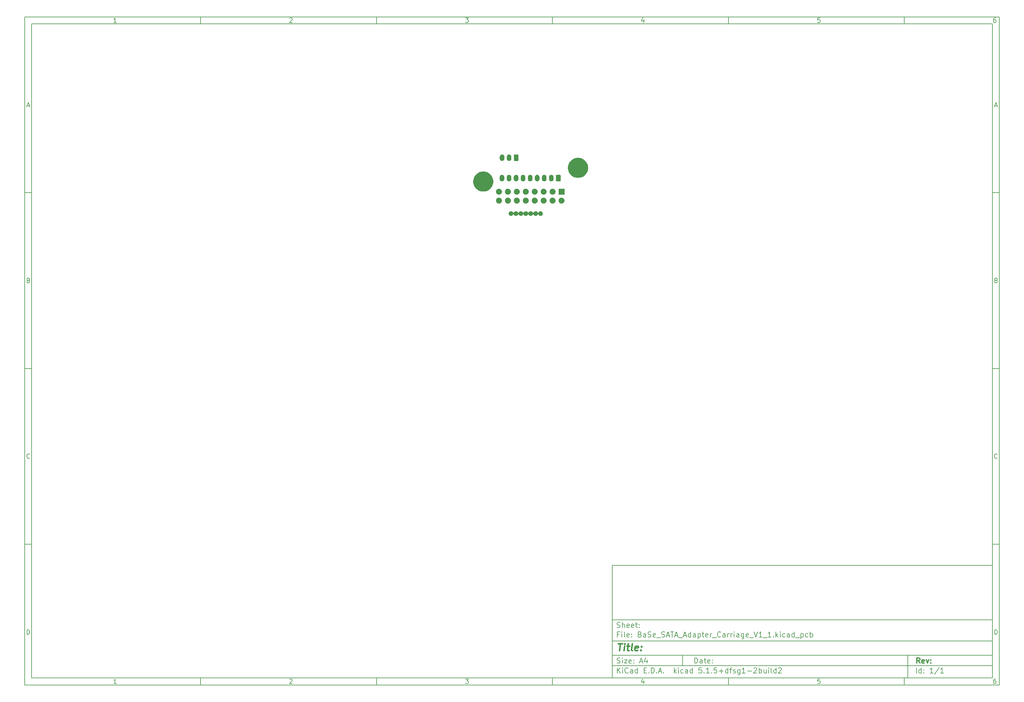
<source format=gbr>
G04 #@! TF.GenerationSoftware,KiCad,Pcbnew,5.1.5+dfsg1-2build2*
G04 #@! TF.CreationDate,2020-07-02T19:51:55+02:00*
G04 #@! TF.ProjectId,BaSe_SATA_Adapter_Carriage_V1_1,42615365-5f53-4415-9441-5f4164617074,rev?*
G04 #@! TF.SameCoordinates,Original*
G04 #@! TF.FileFunction,Soldermask,Bot*
G04 #@! TF.FilePolarity,Negative*
%FSLAX46Y46*%
G04 Gerber Fmt 4.6, Leading zero omitted, Abs format (unit mm)*
G04 Created by KiCad (PCBNEW 5.1.5+dfsg1-2build2) date 2020-07-02 19:51:55*
%MOMM*%
%LPD*%
G04 APERTURE LIST*
%ADD10C,0.100000*%
%ADD11C,0.150000*%
%ADD12C,0.300000*%
%ADD13C,0.400000*%
G04 APERTURE END LIST*
D10*
D11*
X177002200Y-166007200D02*
X177002200Y-198007200D01*
X285002200Y-198007200D01*
X285002200Y-166007200D01*
X177002200Y-166007200D01*
D10*
D11*
X10000000Y-10000000D02*
X10000000Y-200007200D01*
X287002200Y-200007200D01*
X287002200Y-10000000D01*
X10000000Y-10000000D01*
D10*
D11*
X12000000Y-12000000D02*
X12000000Y-198007200D01*
X285002200Y-198007200D01*
X285002200Y-12000000D01*
X12000000Y-12000000D01*
D10*
D11*
X60000000Y-12000000D02*
X60000000Y-10000000D01*
D10*
D11*
X110000000Y-12000000D02*
X110000000Y-10000000D01*
D10*
D11*
X160000000Y-12000000D02*
X160000000Y-10000000D01*
D10*
D11*
X210000000Y-12000000D02*
X210000000Y-10000000D01*
D10*
D11*
X260000000Y-12000000D02*
X260000000Y-10000000D01*
D10*
D11*
X36065476Y-11588095D02*
X35322619Y-11588095D01*
X35694047Y-11588095D02*
X35694047Y-10288095D01*
X35570238Y-10473809D01*
X35446428Y-10597619D01*
X35322619Y-10659523D01*
D10*
D11*
X85322619Y-10411904D02*
X85384523Y-10350000D01*
X85508333Y-10288095D01*
X85817857Y-10288095D01*
X85941666Y-10350000D01*
X86003571Y-10411904D01*
X86065476Y-10535714D01*
X86065476Y-10659523D01*
X86003571Y-10845238D01*
X85260714Y-11588095D01*
X86065476Y-11588095D01*
D10*
D11*
X135260714Y-10288095D02*
X136065476Y-10288095D01*
X135632142Y-10783333D01*
X135817857Y-10783333D01*
X135941666Y-10845238D01*
X136003571Y-10907142D01*
X136065476Y-11030952D01*
X136065476Y-11340476D01*
X136003571Y-11464285D01*
X135941666Y-11526190D01*
X135817857Y-11588095D01*
X135446428Y-11588095D01*
X135322619Y-11526190D01*
X135260714Y-11464285D01*
D10*
D11*
X185941666Y-10721428D02*
X185941666Y-11588095D01*
X185632142Y-10226190D02*
X185322619Y-11154761D01*
X186127380Y-11154761D01*
D10*
D11*
X236003571Y-10288095D02*
X235384523Y-10288095D01*
X235322619Y-10907142D01*
X235384523Y-10845238D01*
X235508333Y-10783333D01*
X235817857Y-10783333D01*
X235941666Y-10845238D01*
X236003571Y-10907142D01*
X236065476Y-11030952D01*
X236065476Y-11340476D01*
X236003571Y-11464285D01*
X235941666Y-11526190D01*
X235817857Y-11588095D01*
X235508333Y-11588095D01*
X235384523Y-11526190D01*
X235322619Y-11464285D01*
D10*
D11*
X285941666Y-10288095D02*
X285694047Y-10288095D01*
X285570238Y-10350000D01*
X285508333Y-10411904D01*
X285384523Y-10597619D01*
X285322619Y-10845238D01*
X285322619Y-11340476D01*
X285384523Y-11464285D01*
X285446428Y-11526190D01*
X285570238Y-11588095D01*
X285817857Y-11588095D01*
X285941666Y-11526190D01*
X286003571Y-11464285D01*
X286065476Y-11340476D01*
X286065476Y-11030952D01*
X286003571Y-10907142D01*
X285941666Y-10845238D01*
X285817857Y-10783333D01*
X285570238Y-10783333D01*
X285446428Y-10845238D01*
X285384523Y-10907142D01*
X285322619Y-11030952D01*
D10*
D11*
X60000000Y-198007200D02*
X60000000Y-200007200D01*
D10*
D11*
X110000000Y-198007200D02*
X110000000Y-200007200D01*
D10*
D11*
X160000000Y-198007200D02*
X160000000Y-200007200D01*
D10*
D11*
X210000000Y-198007200D02*
X210000000Y-200007200D01*
D10*
D11*
X260000000Y-198007200D02*
X260000000Y-200007200D01*
D10*
D11*
X36065476Y-199595295D02*
X35322619Y-199595295D01*
X35694047Y-199595295D02*
X35694047Y-198295295D01*
X35570238Y-198481009D01*
X35446428Y-198604819D01*
X35322619Y-198666723D01*
D10*
D11*
X85322619Y-198419104D02*
X85384523Y-198357200D01*
X85508333Y-198295295D01*
X85817857Y-198295295D01*
X85941666Y-198357200D01*
X86003571Y-198419104D01*
X86065476Y-198542914D01*
X86065476Y-198666723D01*
X86003571Y-198852438D01*
X85260714Y-199595295D01*
X86065476Y-199595295D01*
D10*
D11*
X135260714Y-198295295D02*
X136065476Y-198295295D01*
X135632142Y-198790533D01*
X135817857Y-198790533D01*
X135941666Y-198852438D01*
X136003571Y-198914342D01*
X136065476Y-199038152D01*
X136065476Y-199347676D01*
X136003571Y-199471485D01*
X135941666Y-199533390D01*
X135817857Y-199595295D01*
X135446428Y-199595295D01*
X135322619Y-199533390D01*
X135260714Y-199471485D01*
D10*
D11*
X185941666Y-198728628D02*
X185941666Y-199595295D01*
X185632142Y-198233390D02*
X185322619Y-199161961D01*
X186127380Y-199161961D01*
D10*
D11*
X236003571Y-198295295D02*
X235384523Y-198295295D01*
X235322619Y-198914342D01*
X235384523Y-198852438D01*
X235508333Y-198790533D01*
X235817857Y-198790533D01*
X235941666Y-198852438D01*
X236003571Y-198914342D01*
X236065476Y-199038152D01*
X236065476Y-199347676D01*
X236003571Y-199471485D01*
X235941666Y-199533390D01*
X235817857Y-199595295D01*
X235508333Y-199595295D01*
X235384523Y-199533390D01*
X235322619Y-199471485D01*
D10*
D11*
X285941666Y-198295295D02*
X285694047Y-198295295D01*
X285570238Y-198357200D01*
X285508333Y-198419104D01*
X285384523Y-198604819D01*
X285322619Y-198852438D01*
X285322619Y-199347676D01*
X285384523Y-199471485D01*
X285446428Y-199533390D01*
X285570238Y-199595295D01*
X285817857Y-199595295D01*
X285941666Y-199533390D01*
X286003571Y-199471485D01*
X286065476Y-199347676D01*
X286065476Y-199038152D01*
X286003571Y-198914342D01*
X285941666Y-198852438D01*
X285817857Y-198790533D01*
X285570238Y-198790533D01*
X285446428Y-198852438D01*
X285384523Y-198914342D01*
X285322619Y-199038152D01*
D10*
D11*
X10000000Y-60000000D02*
X12000000Y-60000000D01*
D10*
D11*
X10000000Y-110000000D02*
X12000000Y-110000000D01*
D10*
D11*
X10000000Y-160000000D02*
X12000000Y-160000000D01*
D10*
D11*
X10690476Y-35216666D02*
X11309523Y-35216666D01*
X10566666Y-35588095D02*
X11000000Y-34288095D01*
X11433333Y-35588095D01*
D10*
D11*
X11092857Y-84907142D02*
X11278571Y-84969047D01*
X11340476Y-85030952D01*
X11402380Y-85154761D01*
X11402380Y-85340476D01*
X11340476Y-85464285D01*
X11278571Y-85526190D01*
X11154761Y-85588095D01*
X10659523Y-85588095D01*
X10659523Y-84288095D01*
X11092857Y-84288095D01*
X11216666Y-84350000D01*
X11278571Y-84411904D01*
X11340476Y-84535714D01*
X11340476Y-84659523D01*
X11278571Y-84783333D01*
X11216666Y-84845238D01*
X11092857Y-84907142D01*
X10659523Y-84907142D01*
D10*
D11*
X11402380Y-135464285D02*
X11340476Y-135526190D01*
X11154761Y-135588095D01*
X11030952Y-135588095D01*
X10845238Y-135526190D01*
X10721428Y-135402380D01*
X10659523Y-135278571D01*
X10597619Y-135030952D01*
X10597619Y-134845238D01*
X10659523Y-134597619D01*
X10721428Y-134473809D01*
X10845238Y-134350000D01*
X11030952Y-134288095D01*
X11154761Y-134288095D01*
X11340476Y-134350000D01*
X11402380Y-134411904D01*
D10*
D11*
X10659523Y-185588095D02*
X10659523Y-184288095D01*
X10969047Y-184288095D01*
X11154761Y-184350000D01*
X11278571Y-184473809D01*
X11340476Y-184597619D01*
X11402380Y-184845238D01*
X11402380Y-185030952D01*
X11340476Y-185278571D01*
X11278571Y-185402380D01*
X11154761Y-185526190D01*
X10969047Y-185588095D01*
X10659523Y-185588095D01*
D10*
D11*
X287002200Y-60000000D02*
X285002200Y-60000000D01*
D10*
D11*
X287002200Y-110000000D02*
X285002200Y-110000000D01*
D10*
D11*
X287002200Y-160000000D02*
X285002200Y-160000000D01*
D10*
D11*
X285692676Y-35216666D02*
X286311723Y-35216666D01*
X285568866Y-35588095D02*
X286002200Y-34288095D01*
X286435533Y-35588095D01*
D10*
D11*
X286095057Y-84907142D02*
X286280771Y-84969047D01*
X286342676Y-85030952D01*
X286404580Y-85154761D01*
X286404580Y-85340476D01*
X286342676Y-85464285D01*
X286280771Y-85526190D01*
X286156961Y-85588095D01*
X285661723Y-85588095D01*
X285661723Y-84288095D01*
X286095057Y-84288095D01*
X286218866Y-84350000D01*
X286280771Y-84411904D01*
X286342676Y-84535714D01*
X286342676Y-84659523D01*
X286280771Y-84783333D01*
X286218866Y-84845238D01*
X286095057Y-84907142D01*
X285661723Y-84907142D01*
D10*
D11*
X286404580Y-135464285D02*
X286342676Y-135526190D01*
X286156961Y-135588095D01*
X286033152Y-135588095D01*
X285847438Y-135526190D01*
X285723628Y-135402380D01*
X285661723Y-135278571D01*
X285599819Y-135030952D01*
X285599819Y-134845238D01*
X285661723Y-134597619D01*
X285723628Y-134473809D01*
X285847438Y-134350000D01*
X286033152Y-134288095D01*
X286156961Y-134288095D01*
X286342676Y-134350000D01*
X286404580Y-134411904D01*
D10*
D11*
X285661723Y-185588095D02*
X285661723Y-184288095D01*
X285971247Y-184288095D01*
X286156961Y-184350000D01*
X286280771Y-184473809D01*
X286342676Y-184597619D01*
X286404580Y-184845238D01*
X286404580Y-185030952D01*
X286342676Y-185278571D01*
X286280771Y-185402380D01*
X286156961Y-185526190D01*
X285971247Y-185588095D01*
X285661723Y-185588095D01*
D10*
D11*
X200434342Y-193785771D02*
X200434342Y-192285771D01*
X200791485Y-192285771D01*
X201005771Y-192357200D01*
X201148628Y-192500057D01*
X201220057Y-192642914D01*
X201291485Y-192928628D01*
X201291485Y-193142914D01*
X201220057Y-193428628D01*
X201148628Y-193571485D01*
X201005771Y-193714342D01*
X200791485Y-193785771D01*
X200434342Y-193785771D01*
X202577200Y-193785771D02*
X202577200Y-193000057D01*
X202505771Y-192857200D01*
X202362914Y-192785771D01*
X202077200Y-192785771D01*
X201934342Y-192857200D01*
X202577200Y-193714342D02*
X202434342Y-193785771D01*
X202077200Y-193785771D01*
X201934342Y-193714342D01*
X201862914Y-193571485D01*
X201862914Y-193428628D01*
X201934342Y-193285771D01*
X202077200Y-193214342D01*
X202434342Y-193214342D01*
X202577200Y-193142914D01*
X203077200Y-192785771D02*
X203648628Y-192785771D01*
X203291485Y-192285771D02*
X203291485Y-193571485D01*
X203362914Y-193714342D01*
X203505771Y-193785771D01*
X203648628Y-193785771D01*
X204720057Y-193714342D02*
X204577200Y-193785771D01*
X204291485Y-193785771D01*
X204148628Y-193714342D01*
X204077200Y-193571485D01*
X204077200Y-193000057D01*
X204148628Y-192857200D01*
X204291485Y-192785771D01*
X204577200Y-192785771D01*
X204720057Y-192857200D01*
X204791485Y-193000057D01*
X204791485Y-193142914D01*
X204077200Y-193285771D01*
X205434342Y-193642914D02*
X205505771Y-193714342D01*
X205434342Y-193785771D01*
X205362914Y-193714342D01*
X205434342Y-193642914D01*
X205434342Y-193785771D01*
X205434342Y-192857200D02*
X205505771Y-192928628D01*
X205434342Y-193000057D01*
X205362914Y-192928628D01*
X205434342Y-192857200D01*
X205434342Y-193000057D01*
D10*
D11*
X177002200Y-194507200D02*
X285002200Y-194507200D01*
D10*
D11*
X178434342Y-196585771D02*
X178434342Y-195085771D01*
X179291485Y-196585771D02*
X178648628Y-195728628D01*
X179291485Y-195085771D02*
X178434342Y-195942914D01*
X179934342Y-196585771D02*
X179934342Y-195585771D01*
X179934342Y-195085771D02*
X179862914Y-195157200D01*
X179934342Y-195228628D01*
X180005771Y-195157200D01*
X179934342Y-195085771D01*
X179934342Y-195228628D01*
X181505771Y-196442914D02*
X181434342Y-196514342D01*
X181220057Y-196585771D01*
X181077200Y-196585771D01*
X180862914Y-196514342D01*
X180720057Y-196371485D01*
X180648628Y-196228628D01*
X180577200Y-195942914D01*
X180577200Y-195728628D01*
X180648628Y-195442914D01*
X180720057Y-195300057D01*
X180862914Y-195157200D01*
X181077200Y-195085771D01*
X181220057Y-195085771D01*
X181434342Y-195157200D01*
X181505771Y-195228628D01*
X182791485Y-196585771D02*
X182791485Y-195800057D01*
X182720057Y-195657200D01*
X182577200Y-195585771D01*
X182291485Y-195585771D01*
X182148628Y-195657200D01*
X182791485Y-196514342D02*
X182648628Y-196585771D01*
X182291485Y-196585771D01*
X182148628Y-196514342D01*
X182077200Y-196371485D01*
X182077200Y-196228628D01*
X182148628Y-196085771D01*
X182291485Y-196014342D01*
X182648628Y-196014342D01*
X182791485Y-195942914D01*
X184148628Y-196585771D02*
X184148628Y-195085771D01*
X184148628Y-196514342D02*
X184005771Y-196585771D01*
X183720057Y-196585771D01*
X183577200Y-196514342D01*
X183505771Y-196442914D01*
X183434342Y-196300057D01*
X183434342Y-195871485D01*
X183505771Y-195728628D01*
X183577200Y-195657200D01*
X183720057Y-195585771D01*
X184005771Y-195585771D01*
X184148628Y-195657200D01*
X186005771Y-195800057D02*
X186505771Y-195800057D01*
X186720057Y-196585771D02*
X186005771Y-196585771D01*
X186005771Y-195085771D01*
X186720057Y-195085771D01*
X187362914Y-196442914D02*
X187434342Y-196514342D01*
X187362914Y-196585771D01*
X187291485Y-196514342D01*
X187362914Y-196442914D01*
X187362914Y-196585771D01*
X188077200Y-196585771D02*
X188077200Y-195085771D01*
X188434342Y-195085771D01*
X188648628Y-195157200D01*
X188791485Y-195300057D01*
X188862914Y-195442914D01*
X188934342Y-195728628D01*
X188934342Y-195942914D01*
X188862914Y-196228628D01*
X188791485Y-196371485D01*
X188648628Y-196514342D01*
X188434342Y-196585771D01*
X188077200Y-196585771D01*
X189577200Y-196442914D02*
X189648628Y-196514342D01*
X189577200Y-196585771D01*
X189505771Y-196514342D01*
X189577200Y-196442914D01*
X189577200Y-196585771D01*
X190220057Y-196157200D02*
X190934342Y-196157200D01*
X190077200Y-196585771D02*
X190577200Y-195085771D01*
X191077200Y-196585771D01*
X191577200Y-196442914D02*
X191648628Y-196514342D01*
X191577200Y-196585771D01*
X191505771Y-196514342D01*
X191577200Y-196442914D01*
X191577200Y-196585771D01*
X194577200Y-196585771D02*
X194577200Y-195085771D01*
X194720057Y-196014342D02*
X195148628Y-196585771D01*
X195148628Y-195585771D02*
X194577200Y-196157200D01*
X195791485Y-196585771D02*
X195791485Y-195585771D01*
X195791485Y-195085771D02*
X195720057Y-195157200D01*
X195791485Y-195228628D01*
X195862914Y-195157200D01*
X195791485Y-195085771D01*
X195791485Y-195228628D01*
X197148628Y-196514342D02*
X197005771Y-196585771D01*
X196720057Y-196585771D01*
X196577200Y-196514342D01*
X196505771Y-196442914D01*
X196434342Y-196300057D01*
X196434342Y-195871485D01*
X196505771Y-195728628D01*
X196577200Y-195657200D01*
X196720057Y-195585771D01*
X197005771Y-195585771D01*
X197148628Y-195657200D01*
X198434342Y-196585771D02*
X198434342Y-195800057D01*
X198362914Y-195657200D01*
X198220057Y-195585771D01*
X197934342Y-195585771D01*
X197791485Y-195657200D01*
X198434342Y-196514342D02*
X198291485Y-196585771D01*
X197934342Y-196585771D01*
X197791485Y-196514342D01*
X197720057Y-196371485D01*
X197720057Y-196228628D01*
X197791485Y-196085771D01*
X197934342Y-196014342D01*
X198291485Y-196014342D01*
X198434342Y-195942914D01*
X199791485Y-196585771D02*
X199791485Y-195085771D01*
X199791485Y-196514342D02*
X199648628Y-196585771D01*
X199362914Y-196585771D01*
X199220057Y-196514342D01*
X199148628Y-196442914D01*
X199077200Y-196300057D01*
X199077200Y-195871485D01*
X199148628Y-195728628D01*
X199220057Y-195657200D01*
X199362914Y-195585771D01*
X199648628Y-195585771D01*
X199791485Y-195657200D01*
X202362914Y-195085771D02*
X201648628Y-195085771D01*
X201577200Y-195800057D01*
X201648628Y-195728628D01*
X201791485Y-195657200D01*
X202148628Y-195657200D01*
X202291485Y-195728628D01*
X202362914Y-195800057D01*
X202434342Y-195942914D01*
X202434342Y-196300057D01*
X202362914Y-196442914D01*
X202291485Y-196514342D01*
X202148628Y-196585771D01*
X201791485Y-196585771D01*
X201648628Y-196514342D01*
X201577200Y-196442914D01*
X203077200Y-196442914D02*
X203148628Y-196514342D01*
X203077200Y-196585771D01*
X203005771Y-196514342D01*
X203077200Y-196442914D01*
X203077200Y-196585771D01*
X204577200Y-196585771D02*
X203720057Y-196585771D01*
X204148628Y-196585771D02*
X204148628Y-195085771D01*
X204005771Y-195300057D01*
X203862914Y-195442914D01*
X203720057Y-195514342D01*
X205220057Y-196442914D02*
X205291485Y-196514342D01*
X205220057Y-196585771D01*
X205148628Y-196514342D01*
X205220057Y-196442914D01*
X205220057Y-196585771D01*
X206648628Y-195085771D02*
X205934342Y-195085771D01*
X205862914Y-195800057D01*
X205934342Y-195728628D01*
X206077200Y-195657200D01*
X206434342Y-195657200D01*
X206577200Y-195728628D01*
X206648628Y-195800057D01*
X206720057Y-195942914D01*
X206720057Y-196300057D01*
X206648628Y-196442914D01*
X206577200Y-196514342D01*
X206434342Y-196585771D01*
X206077200Y-196585771D01*
X205934342Y-196514342D01*
X205862914Y-196442914D01*
X207362914Y-196014342D02*
X208505771Y-196014342D01*
X207934342Y-196585771D02*
X207934342Y-195442914D01*
X209862914Y-196585771D02*
X209862914Y-195085771D01*
X209862914Y-196514342D02*
X209720057Y-196585771D01*
X209434342Y-196585771D01*
X209291485Y-196514342D01*
X209220057Y-196442914D01*
X209148628Y-196300057D01*
X209148628Y-195871485D01*
X209220057Y-195728628D01*
X209291485Y-195657200D01*
X209434342Y-195585771D01*
X209720057Y-195585771D01*
X209862914Y-195657200D01*
X210362914Y-195585771D02*
X210934342Y-195585771D01*
X210577200Y-196585771D02*
X210577200Y-195300057D01*
X210648628Y-195157200D01*
X210791485Y-195085771D01*
X210934342Y-195085771D01*
X211362914Y-196514342D02*
X211505771Y-196585771D01*
X211791485Y-196585771D01*
X211934342Y-196514342D01*
X212005771Y-196371485D01*
X212005771Y-196300057D01*
X211934342Y-196157200D01*
X211791485Y-196085771D01*
X211577200Y-196085771D01*
X211434342Y-196014342D01*
X211362914Y-195871485D01*
X211362914Y-195800057D01*
X211434342Y-195657200D01*
X211577200Y-195585771D01*
X211791485Y-195585771D01*
X211934342Y-195657200D01*
X213291485Y-195585771D02*
X213291485Y-196800057D01*
X213220057Y-196942914D01*
X213148628Y-197014342D01*
X213005771Y-197085771D01*
X212791485Y-197085771D01*
X212648628Y-197014342D01*
X213291485Y-196514342D02*
X213148628Y-196585771D01*
X212862914Y-196585771D01*
X212720057Y-196514342D01*
X212648628Y-196442914D01*
X212577200Y-196300057D01*
X212577200Y-195871485D01*
X212648628Y-195728628D01*
X212720057Y-195657200D01*
X212862914Y-195585771D01*
X213148628Y-195585771D01*
X213291485Y-195657200D01*
X214791485Y-196585771D02*
X213934342Y-196585771D01*
X214362914Y-196585771D02*
X214362914Y-195085771D01*
X214220057Y-195300057D01*
X214077200Y-195442914D01*
X213934342Y-195514342D01*
X215434342Y-196014342D02*
X216577200Y-196014342D01*
X217220057Y-195228628D02*
X217291485Y-195157200D01*
X217434342Y-195085771D01*
X217791485Y-195085771D01*
X217934342Y-195157200D01*
X218005771Y-195228628D01*
X218077200Y-195371485D01*
X218077200Y-195514342D01*
X218005771Y-195728628D01*
X217148628Y-196585771D01*
X218077200Y-196585771D01*
X218720057Y-196585771D02*
X218720057Y-195085771D01*
X218720057Y-195657200D02*
X218862914Y-195585771D01*
X219148628Y-195585771D01*
X219291485Y-195657200D01*
X219362914Y-195728628D01*
X219434342Y-195871485D01*
X219434342Y-196300057D01*
X219362914Y-196442914D01*
X219291485Y-196514342D01*
X219148628Y-196585771D01*
X218862914Y-196585771D01*
X218720057Y-196514342D01*
X220720057Y-195585771D02*
X220720057Y-196585771D01*
X220077200Y-195585771D02*
X220077200Y-196371485D01*
X220148628Y-196514342D01*
X220291485Y-196585771D01*
X220505771Y-196585771D01*
X220648628Y-196514342D01*
X220720057Y-196442914D01*
X221434342Y-196585771D02*
X221434342Y-195585771D01*
X221434342Y-195085771D02*
X221362914Y-195157200D01*
X221434342Y-195228628D01*
X221505771Y-195157200D01*
X221434342Y-195085771D01*
X221434342Y-195228628D01*
X222362914Y-196585771D02*
X222220057Y-196514342D01*
X222148628Y-196371485D01*
X222148628Y-195085771D01*
X223577200Y-196585771D02*
X223577200Y-195085771D01*
X223577200Y-196514342D02*
X223434342Y-196585771D01*
X223148628Y-196585771D01*
X223005771Y-196514342D01*
X222934342Y-196442914D01*
X222862914Y-196300057D01*
X222862914Y-195871485D01*
X222934342Y-195728628D01*
X223005771Y-195657200D01*
X223148628Y-195585771D01*
X223434342Y-195585771D01*
X223577200Y-195657200D01*
X224220057Y-195228628D02*
X224291485Y-195157200D01*
X224434342Y-195085771D01*
X224791485Y-195085771D01*
X224934342Y-195157200D01*
X225005771Y-195228628D01*
X225077200Y-195371485D01*
X225077200Y-195514342D01*
X225005771Y-195728628D01*
X224148628Y-196585771D01*
X225077200Y-196585771D01*
D10*
D11*
X177002200Y-191507200D02*
X285002200Y-191507200D01*
D10*
D12*
X264411485Y-193785771D02*
X263911485Y-193071485D01*
X263554342Y-193785771D02*
X263554342Y-192285771D01*
X264125771Y-192285771D01*
X264268628Y-192357200D01*
X264340057Y-192428628D01*
X264411485Y-192571485D01*
X264411485Y-192785771D01*
X264340057Y-192928628D01*
X264268628Y-193000057D01*
X264125771Y-193071485D01*
X263554342Y-193071485D01*
X265625771Y-193714342D02*
X265482914Y-193785771D01*
X265197200Y-193785771D01*
X265054342Y-193714342D01*
X264982914Y-193571485D01*
X264982914Y-193000057D01*
X265054342Y-192857200D01*
X265197200Y-192785771D01*
X265482914Y-192785771D01*
X265625771Y-192857200D01*
X265697200Y-193000057D01*
X265697200Y-193142914D01*
X264982914Y-193285771D01*
X266197200Y-192785771D02*
X266554342Y-193785771D01*
X266911485Y-192785771D01*
X267482914Y-193642914D02*
X267554342Y-193714342D01*
X267482914Y-193785771D01*
X267411485Y-193714342D01*
X267482914Y-193642914D01*
X267482914Y-193785771D01*
X267482914Y-192857200D02*
X267554342Y-192928628D01*
X267482914Y-193000057D01*
X267411485Y-192928628D01*
X267482914Y-192857200D01*
X267482914Y-193000057D01*
D10*
D11*
X178362914Y-193714342D02*
X178577200Y-193785771D01*
X178934342Y-193785771D01*
X179077200Y-193714342D01*
X179148628Y-193642914D01*
X179220057Y-193500057D01*
X179220057Y-193357200D01*
X179148628Y-193214342D01*
X179077200Y-193142914D01*
X178934342Y-193071485D01*
X178648628Y-193000057D01*
X178505771Y-192928628D01*
X178434342Y-192857200D01*
X178362914Y-192714342D01*
X178362914Y-192571485D01*
X178434342Y-192428628D01*
X178505771Y-192357200D01*
X178648628Y-192285771D01*
X179005771Y-192285771D01*
X179220057Y-192357200D01*
X179862914Y-193785771D02*
X179862914Y-192785771D01*
X179862914Y-192285771D02*
X179791485Y-192357200D01*
X179862914Y-192428628D01*
X179934342Y-192357200D01*
X179862914Y-192285771D01*
X179862914Y-192428628D01*
X180434342Y-192785771D02*
X181220057Y-192785771D01*
X180434342Y-193785771D01*
X181220057Y-193785771D01*
X182362914Y-193714342D02*
X182220057Y-193785771D01*
X181934342Y-193785771D01*
X181791485Y-193714342D01*
X181720057Y-193571485D01*
X181720057Y-193000057D01*
X181791485Y-192857200D01*
X181934342Y-192785771D01*
X182220057Y-192785771D01*
X182362914Y-192857200D01*
X182434342Y-193000057D01*
X182434342Y-193142914D01*
X181720057Y-193285771D01*
X183077200Y-193642914D02*
X183148628Y-193714342D01*
X183077200Y-193785771D01*
X183005771Y-193714342D01*
X183077200Y-193642914D01*
X183077200Y-193785771D01*
X183077200Y-192857200D02*
X183148628Y-192928628D01*
X183077200Y-193000057D01*
X183005771Y-192928628D01*
X183077200Y-192857200D01*
X183077200Y-193000057D01*
X184862914Y-193357200D02*
X185577200Y-193357200D01*
X184720057Y-193785771D02*
X185220057Y-192285771D01*
X185720057Y-193785771D01*
X186862914Y-192785771D02*
X186862914Y-193785771D01*
X186505771Y-192214342D02*
X186148628Y-193285771D01*
X187077200Y-193285771D01*
D10*
D11*
X263434342Y-196585771D02*
X263434342Y-195085771D01*
X264791485Y-196585771D02*
X264791485Y-195085771D01*
X264791485Y-196514342D02*
X264648628Y-196585771D01*
X264362914Y-196585771D01*
X264220057Y-196514342D01*
X264148628Y-196442914D01*
X264077200Y-196300057D01*
X264077200Y-195871485D01*
X264148628Y-195728628D01*
X264220057Y-195657200D01*
X264362914Y-195585771D01*
X264648628Y-195585771D01*
X264791485Y-195657200D01*
X265505771Y-196442914D02*
X265577200Y-196514342D01*
X265505771Y-196585771D01*
X265434342Y-196514342D01*
X265505771Y-196442914D01*
X265505771Y-196585771D01*
X265505771Y-195657200D02*
X265577200Y-195728628D01*
X265505771Y-195800057D01*
X265434342Y-195728628D01*
X265505771Y-195657200D01*
X265505771Y-195800057D01*
X268148628Y-196585771D02*
X267291485Y-196585771D01*
X267720057Y-196585771D02*
X267720057Y-195085771D01*
X267577200Y-195300057D01*
X267434342Y-195442914D01*
X267291485Y-195514342D01*
X269862914Y-195014342D02*
X268577200Y-196942914D01*
X271148628Y-196585771D02*
X270291485Y-196585771D01*
X270720057Y-196585771D02*
X270720057Y-195085771D01*
X270577200Y-195300057D01*
X270434342Y-195442914D01*
X270291485Y-195514342D01*
D10*
D11*
X177002200Y-187507200D02*
X285002200Y-187507200D01*
D10*
D13*
X178714580Y-188211961D02*
X179857438Y-188211961D01*
X179036009Y-190211961D02*
X179286009Y-188211961D01*
X180274104Y-190211961D02*
X180440771Y-188878628D01*
X180524104Y-188211961D02*
X180416961Y-188307200D01*
X180500295Y-188402438D01*
X180607438Y-188307200D01*
X180524104Y-188211961D01*
X180500295Y-188402438D01*
X181107438Y-188878628D02*
X181869342Y-188878628D01*
X181476485Y-188211961D02*
X181262200Y-189926247D01*
X181333628Y-190116723D01*
X181512200Y-190211961D01*
X181702676Y-190211961D01*
X182655057Y-190211961D02*
X182476485Y-190116723D01*
X182405057Y-189926247D01*
X182619342Y-188211961D01*
X184190771Y-190116723D02*
X183988390Y-190211961D01*
X183607438Y-190211961D01*
X183428866Y-190116723D01*
X183357438Y-189926247D01*
X183452676Y-189164342D01*
X183571723Y-188973866D01*
X183774104Y-188878628D01*
X184155057Y-188878628D01*
X184333628Y-188973866D01*
X184405057Y-189164342D01*
X184381247Y-189354819D01*
X183405057Y-189545295D01*
X185155057Y-190021485D02*
X185238390Y-190116723D01*
X185131247Y-190211961D01*
X185047914Y-190116723D01*
X185155057Y-190021485D01*
X185131247Y-190211961D01*
X185286009Y-188973866D02*
X185369342Y-189069104D01*
X185262200Y-189164342D01*
X185178866Y-189069104D01*
X185286009Y-188973866D01*
X185262200Y-189164342D01*
D10*
D11*
X178934342Y-185600057D02*
X178434342Y-185600057D01*
X178434342Y-186385771D02*
X178434342Y-184885771D01*
X179148628Y-184885771D01*
X179720057Y-186385771D02*
X179720057Y-185385771D01*
X179720057Y-184885771D02*
X179648628Y-184957200D01*
X179720057Y-185028628D01*
X179791485Y-184957200D01*
X179720057Y-184885771D01*
X179720057Y-185028628D01*
X180648628Y-186385771D02*
X180505771Y-186314342D01*
X180434342Y-186171485D01*
X180434342Y-184885771D01*
X181791485Y-186314342D02*
X181648628Y-186385771D01*
X181362914Y-186385771D01*
X181220057Y-186314342D01*
X181148628Y-186171485D01*
X181148628Y-185600057D01*
X181220057Y-185457200D01*
X181362914Y-185385771D01*
X181648628Y-185385771D01*
X181791485Y-185457200D01*
X181862914Y-185600057D01*
X181862914Y-185742914D01*
X181148628Y-185885771D01*
X182505771Y-186242914D02*
X182577200Y-186314342D01*
X182505771Y-186385771D01*
X182434342Y-186314342D01*
X182505771Y-186242914D01*
X182505771Y-186385771D01*
X182505771Y-185457200D02*
X182577200Y-185528628D01*
X182505771Y-185600057D01*
X182434342Y-185528628D01*
X182505771Y-185457200D01*
X182505771Y-185600057D01*
X184862914Y-185600057D02*
X185077200Y-185671485D01*
X185148628Y-185742914D01*
X185220057Y-185885771D01*
X185220057Y-186100057D01*
X185148628Y-186242914D01*
X185077200Y-186314342D01*
X184934342Y-186385771D01*
X184362914Y-186385771D01*
X184362914Y-184885771D01*
X184862914Y-184885771D01*
X185005771Y-184957200D01*
X185077200Y-185028628D01*
X185148628Y-185171485D01*
X185148628Y-185314342D01*
X185077200Y-185457200D01*
X185005771Y-185528628D01*
X184862914Y-185600057D01*
X184362914Y-185600057D01*
X186505771Y-186385771D02*
X186505771Y-185600057D01*
X186434342Y-185457200D01*
X186291485Y-185385771D01*
X186005771Y-185385771D01*
X185862914Y-185457200D01*
X186505771Y-186314342D02*
X186362914Y-186385771D01*
X186005771Y-186385771D01*
X185862914Y-186314342D01*
X185791485Y-186171485D01*
X185791485Y-186028628D01*
X185862914Y-185885771D01*
X186005771Y-185814342D01*
X186362914Y-185814342D01*
X186505771Y-185742914D01*
X187148628Y-186314342D02*
X187362914Y-186385771D01*
X187720057Y-186385771D01*
X187862914Y-186314342D01*
X187934342Y-186242914D01*
X188005771Y-186100057D01*
X188005771Y-185957200D01*
X187934342Y-185814342D01*
X187862914Y-185742914D01*
X187720057Y-185671485D01*
X187434342Y-185600057D01*
X187291485Y-185528628D01*
X187220057Y-185457200D01*
X187148628Y-185314342D01*
X187148628Y-185171485D01*
X187220057Y-185028628D01*
X187291485Y-184957200D01*
X187434342Y-184885771D01*
X187791485Y-184885771D01*
X188005771Y-184957200D01*
X189220057Y-186314342D02*
X189077200Y-186385771D01*
X188791485Y-186385771D01*
X188648628Y-186314342D01*
X188577200Y-186171485D01*
X188577200Y-185600057D01*
X188648628Y-185457200D01*
X188791485Y-185385771D01*
X189077200Y-185385771D01*
X189220057Y-185457200D01*
X189291485Y-185600057D01*
X189291485Y-185742914D01*
X188577200Y-185885771D01*
X189577200Y-186528628D02*
X190720057Y-186528628D01*
X191005771Y-186314342D02*
X191220057Y-186385771D01*
X191577200Y-186385771D01*
X191720057Y-186314342D01*
X191791485Y-186242914D01*
X191862914Y-186100057D01*
X191862914Y-185957200D01*
X191791485Y-185814342D01*
X191720057Y-185742914D01*
X191577200Y-185671485D01*
X191291485Y-185600057D01*
X191148628Y-185528628D01*
X191077200Y-185457200D01*
X191005771Y-185314342D01*
X191005771Y-185171485D01*
X191077200Y-185028628D01*
X191148628Y-184957200D01*
X191291485Y-184885771D01*
X191648628Y-184885771D01*
X191862914Y-184957200D01*
X192434342Y-185957200D02*
X193148628Y-185957200D01*
X192291485Y-186385771D02*
X192791485Y-184885771D01*
X193291485Y-186385771D01*
X193577200Y-184885771D02*
X194434342Y-184885771D01*
X194005771Y-186385771D02*
X194005771Y-184885771D01*
X194862914Y-185957200D02*
X195577200Y-185957200D01*
X194720057Y-186385771D02*
X195220057Y-184885771D01*
X195720057Y-186385771D01*
X195862914Y-186528628D02*
X197005771Y-186528628D01*
X197291485Y-185957200D02*
X198005771Y-185957200D01*
X197148628Y-186385771D02*
X197648628Y-184885771D01*
X198148628Y-186385771D01*
X199291485Y-186385771D02*
X199291485Y-184885771D01*
X199291485Y-186314342D02*
X199148628Y-186385771D01*
X198862914Y-186385771D01*
X198720057Y-186314342D01*
X198648628Y-186242914D01*
X198577200Y-186100057D01*
X198577200Y-185671485D01*
X198648628Y-185528628D01*
X198720057Y-185457200D01*
X198862914Y-185385771D01*
X199148628Y-185385771D01*
X199291485Y-185457200D01*
X200648628Y-186385771D02*
X200648628Y-185600057D01*
X200577200Y-185457200D01*
X200434342Y-185385771D01*
X200148628Y-185385771D01*
X200005771Y-185457200D01*
X200648628Y-186314342D02*
X200505771Y-186385771D01*
X200148628Y-186385771D01*
X200005771Y-186314342D01*
X199934342Y-186171485D01*
X199934342Y-186028628D01*
X200005771Y-185885771D01*
X200148628Y-185814342D01*
X200505771Y-185814342D01*
X200648628Y-185742914D01*
X201362914Y-185385771D02*
X201362914Y-186885771D01*
X201362914Y-185457200D02*
X201505771Y-185385771D01*
X201791485Y-185385771D01*
X201934342Y-185457200D01*
X202005771Y-185528628D01*
X202077200Y-185671485D01*
X202077200Y-186100057D01*
X202005771Y-186242914D01*
X201934342Y-186314342D01*
X201791485Y-186385771D01*
X201505771Y-186385771D01*
X201362914Y-186314342D01*
X202505771Y-185385771D02*
X203077200Y-185385771D01*
X202720057Y-184885771D02*
X202720057Y-186171485D01*
X202791485Y-186314342D01*
X202934342Y-186385771D01*
X203077200Y-186385771D01*
X204148628Y-186314342D02*
X204005771Y-186385771D01*
X203720057Y-186385771D01*
X203577200Y-186314342D01*
X203505771Y-186171485D01*
X203505771Y-185600057D01*
X203577200Y-185457200D01*
X203720057Y-185385771D01*
X204005771Y-185385771D01*
X204148628Y-185457200D01*
X204220057Y-185600057D01*
X204220057Y-185742914D01*
X203505771Y-185885771D01*
X204862914Y-186385771D02*
X204862914Y-185385771D01*
X204862914Y-185671485D02*
X204934342Y-185528628D01*
X205005771Y-185457200D01*
X205148628Y-185385771D01*
X205291485Y-185385771D01*
X205434342Y-186528628D02*
X206577200Y-186528628D01*
X207791485Y-186242914D02*
X207720057Y-186314342D01*
X207505771Y-186385771D01*
X207362914Y-186385771D01*
X207148628Y-186314342D01*
X207005771Y-186171485D01*
X206934342Y-186028628D01*
X206862914Y-185742914D01*
X206862914Y-185528628D01*
X206934342Y-185242914D01*
X207005771Y-185100057D01*
X207148628Y-184957200D01*
X207362914Y-184885771D01*
X207505771Y-184885771D01*
X207720057Y-184957200D01*
X207791485Y-185028628D01*
X209077200Y-186385771D02*
X209077200Y-185600057D01*
X209005771Y-185457200D01*
X208862914Y-185385771D01*
X208577200Y-185385771D01*
X208434342Y-185457200D01*
X209077200Y-186314342D02*
X208934342Y-186385771D01*
X208577200Y-186385771D01*
X208434342Y-186314342D01*
X208362914Y-186171485D01*
X208362914Y-186028628D01*
X208434342Y-185885771D01*
X208577200Y-185814342D01*
X208934342Y-185814342D01*
X209077200Y-185742914D01*
X209791485Y-186385771D02*
X209791485Y-185385771D01*
X209791485Y-185671485D02*
X209862914Y-185528628D01*
X209934342Y-185457200D01*
X210077200Y-185385771D01*
X210220057Y-185385771D01*
X210720057Y-186385771D02*
X210720057Y-185385771D01*
X210720057Y-185671485D02*
X210791485Y-185528628D01*
X210862914Y-185457200D01*
X211005771Y-185385771D01*
X211148628Y-185385771D01*
X211648628Y-186385771D02*
X211648628Y-185385771D01*
X211648628Y-184885771D02*
X211577200Y-184957200D01*
X211648628Y-185028628D01*
X211720057Y-184957200D01*
X211648628Y-184885771D01*
X211648628Y-185028628D01*
X213005771Y-186385771D02*
X213005771Y-185600057D01*
X212934342Y-185457200D01*
X212791485Y-185385771D01*
X212505771Y-185385771D01*
X212362914Y-185457200D01*
X213005771Y-186314342D02*
X212862914Y-186385771D01*
X212505771Y-186385771D01*
X212362914Y-186314342D01*
X212291485Y-186171485D01*
X212291485Y-186028628D01*
X212362914Y-185885771D01*
X212505771Y-185814342D01*
X212862914Y-185814342D01*
X213005771Y-185742914D01*
X214362914Y-185385771D02*
X214362914Y-186600057D01*
X214291485Y-186742914D01*
X214220057Y-186814342D01*
X214077200Y-186885771D01*
X213862914Y-186885771D01*
X213720057Y-186814342D01*
X214362914Y-186314342D02*
X214220057Y-186385771D01*
X213934342Y-186385771D01*
X213791485Y-186314342D01*
X213720057Y-186242914D01*
X213648628Y-186100057D01*
X213648628Y-185671485D01*
X213720057Y-185528628D01*
X213791485Y-185457200D01*
X213934342Y-185385771D01*
X214220057Y-185385771D01*
X214362914Y-185457200D01*
X215648628Y-186314342D02*
X215505771Y-186385771D01*
X215220057Y-186385771D01*
X215077200Y-186314342D01*
X215005771Y-186171485D01*
X215005771Y-185600057D01*
X215077200Y-185457200D01*
X215220057Y-185385771D01*
X215505771Y-185385771D01*
X215648628Y-185457200D01*
X215720057Y-185600057D01*
X215720057Y-185742914D01*
X215005771Y-185885771D01*
X216005771Y-186528628D02*
X217148628Y-186528628D01*
X217291485Y-184885771D02*
X217791485Y-186385771D01*
X218291485Y-184885771D01*
X219577200Y-186385771D02*
X218720057Y-186385771D01*
X219148628Y-186385771D02*
X219148628Y-184885771D01*
X219005771Y-185100057D01*
X218862914Y-185242914D01*
X218720057Y-185314342D01*
X219862914Y-186528628D02*
X221005771Y-186528628D01*
X222148628Y-186385771D02*
X221291485Y-186385771D01*
X221720057Y-186385771D02*
X221720057Y-184885771D01*
X221577200Y-185100057D01*
X221434342Y-185242914D01*
X221291485Y-185314342D01*
X222791485Y-186242914D02*
X222862914Y-186314342D01*
X222791485Y-186385771D01*
X222720057Y-186314342D01*
X222791485Y-186242914D01*
X222791485Y-186385771D01*
X223505771Y-186385771D02*
X223505771Y-184885771D01*
X223648628Y-185814342D02*
X224077200Y-186385771D01*
X224077200Y-185385771D02*
X223505771Y-185957200D01*
X224720057Y-186385771D02*
X224720057Y-185385771D01*
X224720057Y-184885771D02*
X224648628Y-184957200D01*
X224720057Y-185028628D01*
X224791485Y-184957200D01*
X224720057Y-184885771D01*
X224720057Y-185028628D01*
X226077200Y-186314342D02*
X225934342Y-186385771D01*
X225648628Y-186385771D01*
X225505771Y-186314342D01*
X225434342Y-186242914D01*
X225362914Y-186100057D01*
X225362914Y-185671485D01*
X225434342Y-185528628D01*
X225505771Y-185457200D01*
X225648628Y-185385771D01*
X225934342Y-185385771D01*
X226077200Y-185457200D01*
X227362914Y-186385771D02*
X227362914Y-185600057D01*
X227291485Y-185457200D01*
X227148628Y-185385771D01*
X226862914Y-185385771D01*
X226720057Y-185457200D01*
X227362914Y-186314342D02*
X227220057Y-186385771D01*
X226862914Y-186385771D01*
X226720057Y-186314342D01*
X226648628Y-186171485D01*
X226648628Y-186028628D01*
X226720057Y-185885771D01*
X226862914Y-185814342D01*
X227220057Y-185814342D01*
X227362914Y-185742914D01*
X228720057Y-186385771D02*
X228720057Y-184885771D01*
X228720057Y-186314342D02*
X228577200Y-186385771D01*
X228291485Y-186385771D01*
X228148628Y-186314342D01*
X228077200Y-186242914D01*
X228005771Y-186100057D01*
X228005771Y-185671485D01*
X228077200Y-185528628D01*
X228148628Y-185457200D01*
X228291485Y-185385771D01*
X228577200Y-185385771D01*
X228720057Y-185457200D01*
X229077200Y-186528628D02*
X230220057Y-186528628D01*
X230577200Y-185385771D02*
X230577200Y-186885771D01*
X230577200Y-185457200D02*
X230720057Y-185385771D01*
X231005771Y-185385771D01*
X231148628Y-185457200D01*
X231220057Y-185528628D01*
X231291485Y-185671485D01*
X231291485Y-186100057D01*
X231220057Y-186242914D01*
X231148628Y-186314342D01*
X231005771Y-186385771D01*
X230720057Y-186385771D01*
X230577200Y-186314342D01*
X232577200Y-186314342D02*
X232434342Y-186385771D01*
X232148628Y-186385771D01*
X232005771Y-186314342D01*
X231934342Y-186242914D01*
X231862914Y-186100057D01*
X231862914Y-185671485D01*
X231934342Y-185528628D01*
X232005771Y-185457200D01*
X232148628Y-185385771D01*
X232434342Y-185385771D01*
X232577200Y-185457200D01*
X233220057Y-186385771D02*
X233220057Y-184885771D01*
X233220057Y-185457200D02*
X233362914Y-185385771D01*
X233648628Y-185385771D01*
X233791485Y-185457200D01*
X233862914Y-185528628D01*
X233934342Y-185671485D01*
X233934342Y-186100057D01*
X233862914Y-186242914D01*
X233791485Y-186314342D01*
X233648628Y-186385771D01*
X233362914Y-186385771D01*
X233220057Y-186314342D01*
D10*
D11*
X177002200Y-181507200D02*
X285002200Y-181507200D01*
D10*
D11*
X178362914Y-183614342D02*
X178577200Y-183685771D01*
X178934342Y-183685771D01*
X179077200Y-183614342D01*
X179148628Y-183542914D01*
X179220057Y-183400057D01*
X179220057Y-183257200D01*
X179148628Y-183114342D01*
X179077200Y-183042914D01*
X178934342Y-182971485D01*
X178648628Y-182900057D01*
X178505771Y-182828628D01*
X178434342Y-182757200D01*
X178362914Y-182614342D01*
X178362914Y-182471485D01*
X178434342Y-182328628D01*
X178505771Y-182257200D01*
X178648628Y-182185771D01*
X179005771Y-182185771D01*
X179220057Y-182257200D01*
X179862914Y-183685771D02*
X179862914Y-182185771D01*
X180505771Y-183685771D02*
X180505771Y-182900057D01*
X180434342Y-182757200D01*
X180291485Y-182685771D01*
X180077200Y-182685771D01*
X179934342Y-182757200D01*
X179862914Y-182828628D01*
X181791485Y-183614342D02*
X181648628Y-183685771D01*
X181362914Y-183685771D01*
X181220057Y-183614342D01*
X181148628Y-183471485D01*
X181148628Y-182900057D01*
X181220057Y-182757200D01*
X181362914Y-182685771D01*
X181648628Y-182685771D01*
X181791485Y-182757200D01*
X181862914Y-182900057D01*
X181862914Y-183042914D01*
X181148628Y-183185771D01*
X183077200Y-183614342D02*
X182934342Y-183685771D01*
X182648628Y-183685771D01*
X182505771Y-183614342D01*
X182434342Y-183471485D01*
X182434342Y-182900057D01*
X182505771Y-182757200D01*
X182648628Y-182685771D01*
X182934342Y-182685771D01*
X183077200Y-182757200D01*
X183148628Y-182900057D01*
X183148628Y-183042914D01*
X182434342Y-183185771D01*
X183577200Y-182685771D02*
X184148628Y-182685771D01*
X183791485Y-182185771D02*
X183791485Y-183471485D01*
X183862914Y-183614342D01*
X184005771Y-183685771D01*
X184148628Y-183685771D01*
X184648628Y-183542914D02*
X184720057Y-183614342D01*
X184648628Y-183685771D01*
X184577200Y-183614342D01*
X184648628Y-183542914D01*
X184648628Y-183685771D01*
X184648628Y-182757200D02*
X184720057Y-182828628D01*
X184648628Y-182900057D01*
X184577200Y-182828628D01*
X184648628Y-182757200D01*
X184648628Y-182900057D01*
D10*
D11*
X197002200Y-191507200D02*
X197002200Y-194507200D01*
D10*
D11*
X261002200Y-191507200D02*
X261002200Y-198007200D01*
D10*
G36*
X148399890Y-65294017D02*
G01*
X148518364Y-65343091D01*
X148624988Y-65414335D01*
X148715665Y-65505012D01*
X148786910Y-65611638D01*
X148794516Y-65630000D01*
X148806067Y-65651611D01*
X148821613Y-65670553D01*
X148840555Y-65686098D01*
X148862165Y-65697649D01*
X148885614Y-65704762D01*
X148910000Y-65707164D01*
X148934387Y-65704762D01*
X148957835Y-65697649D01*
X148979446Y-65686098D01*
X148998388Y-65670552D01*
X149013933Y-65651610D01*
X149025484Y-65630000D01*
X149033090Y-65611638D01*
X149104335Y-65505012D01*
X149195012Y-65414335D01*
X149301636Y-65343091D01*
X149420110Y-65294017D01*
X149545881Y-65269000D01*
X149674119Y-65269000D01*
X149799890Y-65294017D01*
X149918364Y-65343091D01*
X150024988Y-65414335D01*
X150115665Y-65505012D01*
X150186910Y-65611638D01*
X150194516Y-65630000D01*
X150206067Y-65651611D01*
X150221613Y-65670553D01*
X150240555Y-65686098D01*
X150262165Y-65697649D01*
X150285614Y-65704762D01*
X150310000Y-65707164D01*
X150334387Y-65704762D01*
X150357835Y-65697649D01*
X150379446Y-65686098D01*
X150398388Y-65670552D01*
X150413933Y-65651610D01*
X150425484Y-65630000D01*
X150433090Y-65611638D01*
X150504335Y-65505012D01*
X150595012Y-65414335D01*
X150701636Y-65343091D01*
X150820110Y-65294017D01*
X150945881Y-65269000D01*
X151074119Y-65269000D01*
X151199890Y-65294017D01*
X151318364Y-65343091D01*
X151424988Y-65414335D01*
X151515665Y-65505012D01*
X151586910Y-65611638D01*
X151594516Y-65630000D01*
X151606067Y-65651611D01*
X151621613Y-65670553D01*
X151640555Y-65686098D01*
X151662165Y-65697649D01*
X151685614Y-65704762D01*
X151710000Y-65707164D01*
X151734387Y-65704762D01*
X151757835Y-65697649D01*
X151779446Y-65686098D01*
X151798388Y-65670552D01*
X151813933Y-65651610D01*
X151825484Y-65630000D01*
X151833090Y-65611638D01*
X151904335Y-65505012D01*
X151995012Y-65414335D01*
X152101636Y-65343091D01*
X152220110Y-65294017D01*
X152345881Y-65269000D01*
X152474119Y-65269000D01*
X152599890Y-65294017D01*
X152718364Y-65343091D01*
X152824988Y-65414335D01*
X152915665Y-65505012D01*
X152986910Y-65611638D01*
X152994516Y-65630000D01*
X153006067Y-65651611D01*
X153021613Y-65670553D01*
X153040555Y-65686098D01*
X153062165Y-65697649D01*
X153085614Y-65704762D01*
X153110000Y-65707164D01*
X153134387Y-65704762D01*
X153157835Y-65697649D01*
X153179446Y-65686098D01*
X153198388Y-65670552D01*
X153213933Y-65651610D01*
X153225484Y-65630000D01*
X153233090Y-65611638D01*
X153304335Y-65505012D01*
X153395012Y-65414335D01*
X153501636Y-65343091D01*
X153620110Y-65294017D01*
X153745881Y-65269000D01*
X153874119Y-65269000D01*
X153999890Y-65294017D01*
X154118364Y-65343091D01*
X154224988Y-65414335D01*
X154315665Y-65505012D01*
X154386910Y-65611638D01*
X154394516Y-65630000D01*
X154406067Y-65651611D01*
X154421613Y-65670553D01*
X154440555Y-65686098D01*
X154462165Y-65697649D01*
X154485614Y-65704762D01*
X154510000Y-65707164D01*
X154534387Y-65704762D01*
X154557835Y-65697649D01*
X154579446Y-65686098D01*
X154598388Y-65670552D01*
X154613933Y-65651610D01*
X154625484Y-65630000D01*
X154633090Y-65611638D01*
X154704335Y-65505012D01*
X154795012Y-65414335D01*
X154901636Y-65343091D01*
X155020110Y-65294017D01*
X155145881Y-65269000D01*
X155274119Y-65269000D01*
X155399890Y-65294017D01*
X155518364Y-65343091D01*
X155624988Y-65414335D01*
X155715665Y-65505012D01*
X155786910Y-65611638D01*
X155794516Y-65630000D01*
X155806067Y-65651611D01*
X155821613Y-65670553D01*
X155840555Y-65686098D01*
X155862165Y-65697649D01*
X155885614Y-65704762D01*
X155910000Y-65707164D01*
X155934387Y-65704762D01*
X155957835Y-65697649D01*
X155979446Y-65686098D01*
X155998388Y-65670552D01*
X156013933Y-65651610D01*
X156025484Y-65630000D01*
X156033090Y-65611638D01*
X156104335Y-65505012D01*
X156195012Y-65414335D01*
X156301636Y-65343091D01*
X156420110Y-65294017D01*
X156545881Y-65269000D01*
X156674119Y-65269000D01*
X156799890Y-65294017D01*
X156918364Y-65343091D01*
X157024988Y-65414335D01*
X157115665Y-65505012D01*
X157186910Y-65611638D01*
X157235983Y-65730110D01*
X157261000Y-65855881D01*
X157261000Y-65984119D01*
X157235983Y-66109890D01*
X157211314Y-66169447D01*
X157186909Y-66228364D01*
X157115665Y-66334988D01*
X157024988Y-66425665D01*
X156918364Y-66496909D01*
X156918363Y-66496910D01*
X156918362Y-66496910D01*
X156799890Y-66545983D01*
X156674119Y-66571000D01*
X156545881Y-66571000D01*
X156420110Y-66545983D01*
X156301638Y-66496910D01*
X156301637Y-66496910D01*
X156301636Y-66496909D01*
X156195012Y-66425665D01*
X156104335Y-66334988D01*
X156033091Y-66228364D01*
X156025484Y-66210000D01*
X156013933Y-66188389D01*
X155998387Y-66169447D01*
X155979445Y-66153902D01*
X155957835Y-66142351D01*
X155934386Y-66135238D01*
X155910000Y-66132836D01*
X155885613Y-66135238D01*
X155862165Y-66142351D01*
X155840554Y-66153902D01*
X155821612Y-66169448D01*
X155806067Y-66188390D01*
X155794516Y-66210000D01*
X155786909Y-66228364D01*
X155715665Y-66334988D01*
X155624988Y-66425665D01*
X155518364Y-66496909D01*
X155518363Y-66496910D01*
X155518362Y-66496910D01*
X155399890Y-66545983D01*
X155274119Y-66571000D01*
X155145881Y-66571000D01*
X155020110Y-66545983D01*
X154901638Y-66496910D01*
X154901637Y-66496910D01*
X154901636Y-66496909D01*
X154795012Y-66425665D01*
X154704335Y-66334988D01*
X154633091Y-66228364D01*
X154625484Y-66210000D01*
X154613933Y-66188389D01*
X154598387Y-66169447D01*
X154579445Y-66153902D01*
X154557835Y-66142351D01*
X154534386Y-66135238D01*
X154510000Y-66132836D01*
X154485613Y-66135238D01*
X154462165Y-66142351D01*
X154440554Y-66153902D01*
X154421612Y-66169448D01*
X154406067Y-66188390D01*
X154394516Y-66210000D01*
X154386909Y-66228364D01*
X154315665Y-66334988D01*
X154224988Y-66425665D01*
X154118364Y-66496909D01*
X154118363Y-66496910D01*
X154118362Y-66496910D01*
X153999890Y-66545983D01*
X153874119Y-66571000D01*
X153745881Y-66571000D01*
X153620110Y-66545983D01*
X153501638Y-66496910D01*
X153501637Y-66496910D01*
X153501636Y-66496909D01*
X153395012Y-66425665D01*
X153304335Y-66334988D01*
X153233091Y-66228364D01*
X153225484Y-66210000D01*
X153213933Y-66188389D01*
X153198387Y-66169447D01*
X153179445Y-66153902D01*
X153157835Y-66142351D01*
X153134386Y-66135238D01*
X153110000Y-66132836D01*
X153085613Y-66135238D01*
X153062165Y-66142351D01*
X153040554Y-66153902D01*
X153021612Y-66169448D01*
X153006067Y-66188390D01*
X152994516Y-66210000D01*
X152986909Y-66228364D01*
X152915665Y-66334988D01*
X152824988Y-66425665D01*
X152718364Y-66496909D01*
X152718363Y-66496910D01*
X152718362Y-66496910D01*
X152599890Y-66545983D01*
X152474119Y-66571000D01*
X152345881Y-66571000D01*
X152220110Y-66545983D01*
X152101638Y-66496910D01*
X152101637Y-66496910D01*
X152101636Y-66496909D01*
X151995012Y-66425665D01*
X151904335Y-66334988D01*
X151833091Y-66228364D01*
X151825484Y-66210000D01*
X151813933Y-66188389D01*
X151798387Y-66169447D01*
X151779445Y-66153902D01*
X151757835Y-66142351D01*
X151734386Y-66135238D01*
X151710000Y-66132836D01*
X151685613Y-66135238D01*
X151662165Y-66142351D01*
X151640554Y-66153902D01*
X151621612Y-66169448D01*
X151606067Y-66188390D01*
X151594516Y-66210000D01*
X151586909Y-66228364D01*
X151515665Y-66334988D01*
X151424988Y-66425665D01*
X151318364Y-66496909D01*
X151318363Y-66496910D01*
X151318362Y-66496910D01*
X151199890Y-66545983D01*
X151074119Y-66571000D01*
X150945881Y-66571000D01*
X150820110Y-66545983D01*
X150701638Y-66496910D01*
X150701637Y-66496910D01*
X150701636Y-66496909D01*
X150595012Y-66425665D01*
X150504335Y-66334988D01*
X150433091Y-66228364D01*
X150425484Y-66210000D01*
X150413933Y-66188389D01*
X150398387Y-66169447D01*
X150379445Y-66153902D01*
X150357835Y-66142351D01*
X150334386Y-66135238D01*
X150310000Y-66132836D01*
X150285613Y-66135238D01*
X150262165Y-66142351D01*
X150240554Y-66153902D01*
X150221612Y-66169448D01*
X150206067Y-66188390D01*
X150194516Y-66210000D01*
X150186909Y-66228364D01*
X150115665Y-66334988D01*
X150024988Y-66425665D01*
X149918364Y-66496909D01*
X149918363Y-66496910D01*
X149918362Y-66496910D01*
X149799890Y-66545983D01*
X149674119Y-66571000D01*
X149545881Y-66571000D01*
X149420110Y-66545983D01*
X149301638Y-66496910D01*
X149301637Y-66496910D01*
X149301636Y-66496909D01*
X149195012Y-66425665D01*
X149104335Y-66334988D01*
X149033091Y-66228364D01*
X149025484Y-66210000D01*
X149013933Y-66188389D01*
X148998387Y-66169447D01*
X148979445Y-66153902D01*
X148957835Y-66142351D01*
X148934386Y-66135238D01*
X148910000Y-66132836D01*
X148885613Y-66135238D01*
X148862165Y-66142351D01*
X148840554Y-66153902D01*
X148821612Y-66169448D01*
X148806067Y-66188390D01*
X148794516Y-66210000D01*
X148786909Y-66228364D01*
X148715665Y-66334988D01*
X148624988Y-66425665D01*
X148518364Y-66496909D01*
X148518363Y-66496910D01*
X148518362Y-66496910D01*
X148399890Y-66545983D01*
X148274119Y-66571000D01*
X148145881Y-66571000D01*
X148020110Y-66545983D01*
X147901638Y-66496910D01*
X147901637Y-66496910D01*
X147901636Y-66496909D01*
X147795012Y-66425665D01*
X147704335Y-66334988D01*
X147633091Y-66228364D01*
X147608687Y-66169447D01*
X147584017Y-66109890D01*
X147559000Y-65984119D01*
X147559000Y-65855881D01*
X147584017Y-65730110D01*
X147633090Y-65611638D01*
X147704335Y-65505012D01*
X147795012Y-65414335D01*
X147901636Y-65343091D01*
X148020110Y-65294017D01*
X148145881Y-65269000D01*
X148274119Y-65269000D01*
X148399890Y-65294017D01*
G37*
G36*
X152648228Y-61411703D02*
G01*
X152803100Y-61475853D01*
X152942481Y-61568985D01*
X153061015Y-61687519D01*
X153154147Y-61826900D01*
X153218297Y-61981772D01*
X153251000Y-62146184D01*
X153251000Y-62313816D01*
X153218297Y-62478228D01*
X153154147Y-62633100D01*
X153061015Y-62772481D01*
X152942481Y-62891015D01*
X152803100Y-62984147D01*
X152648228Y-63048297D01*
X152483816Y-63081000D01*
X152316184Y-63081000D01*
X152151772Y-63048297D01*
X151996900Y-62984147D01*
X151857519Y-62891015D01*
X151738985Y-62772481D01*
X151645853Y-62633100D01*
X151581703Y-62478228D01*
X151549000Y-62313816D01*
X151549000Y-62146184D01*
X151581703Y-61981772D01*
X151645853Y-61826900D01*
X151738985Y-61687519D01*
X151857519Y-61568985D01*
X151996900Y-61475853D01*
X152151772Y-61411703D01*
X152316184Y-61379000D01*
X152483816Y-61379000D01*
X152648228Y-61411703D01*
G37*
G36*
X160268228Y-61411703D02*
G01*
X160423100Y-61475853D01*
X160562481Y-61568985D01*
X160681015Y-61687519D01*
X160774147Y-61826900D01*
X160838297Y-61981772D01*
X160871000Y-62146184D01*
X160871000Y-62313816D01*
X160838297Y-62478228D01*
X160774147Y-62633100D01*
X160681015Y-62772481D01*
X160562481Y-62891015D01*
X160423100Y-62984147D01*
X160268228Y-63048297D01*
X160103816Y-63081000D01*
X159936184Y-63081000D01*
X159771772Y-63048297D01*
X159616900Y-62984147D01*
X159477519Y-62891015D01*
X159358985Y-62772481D01*
X159265853Y-62633100D01*
X159201703Y-62478228D01*
X159169000Y-62313816D01*
X159169000Y-62146184D01*
X159201703Y-61981772D01*
X159265853Y-61826900D01*
X159358985Y-61687519D01*
X159477519Y-61568985D01*
X159616900Y-61475853D01*
X159771772Y-61411703D01*
X159936184Y-61379000D01*
X160103816Y-61379000D01*
X160268228Y-61411703D01*
G37*
G36*
X162808228Y-61411703D02*
G01*
X162963100Y-61475853D01*
X163102481Y-61568985D01*
X163221015Y-61687519D01*
X163314147Y-61826900D01*
X163378297Y-61981772D01*
X163411000Y-62146184D01*
X163411000Y-62313816D01*
X163378297Y-62478228D01*
X163314147Y-62633100D01*
X163221015Y-62772481D01*
X163102481Y-62891015D01*
X162963100Y-62984147D01*
X162808228Y-63048297D01*
X162643816Y-63081000D01*
X162476184Y-63081000D01*
X162311772Y-63048297D01*
X162156900Y-62984147D01*
X162017519Y-62891015D01*
X161898985Y-62772481D01*
X161805853Y-62633100D01*
X161741703Y-62478228D01*
X161709000Y-62313816D01*
X161709000Y-62146184D01*
X161741703Y-61981772D01*
X161805853Y-61826900D01*
X161898985Y-61687519D01*
X162017519Y-61568985D01*
X162156900Y-61475853D01*
X162311772Y-61411703D01*
X162476184Y-61379000D01*
X162643816Y-61379000D01*
X162808228Y-61411703D01*
G37*
G36*
X157728228Y-61411703D02*
G01*
X157883100Y-61475853D01*
X158022481Y-61568985D01*
X158141015Y-61687519D01*
X158234147Y-61826900D01*
X158298297Y-61981772D01*
X158331000Y-62146184D01*
X158331000Y-62313816D01*
X158298297Y-62478228D01*
X158234147Y-62633100D01*
X158141015Y-62772481D01*
X158022481Y-62891015D01*
X157883100Y-62984147D01*
X157728228Y-63048297D01*
X157563816Y-63081000D01*
X157396184Y-63081000D01*
X157231772Y-63048297D01*
X157076900Y-62984147D01*
X156937519Y-62891015D01*
X156818985Y-62772481D01*
X156725853Y-62633100D01*
X156661703Y-62478228D01*
X156629000Y-62313816D01*
X156629000Y-62146184D01*
X156661703Y-61981772D01*
X156725853Y-61826900D01*
X156818985Y-61687519D01*
X156937519Y-61568985D01*
X157076900Y-61475853D01*
X157231772Y-61411703D01*
X157396184Y-61379000D01*
X157563816Y-61379000D01*
X157728228Y-61411703D01*
G37*
G36*
X155188228Y-61411703D02*
G01*
X155343100Y-61475853D01*
X155482481Y-61568985D01*
X155601015Y-61687519D01*
X155694147Y-61826900D01*
X155758297Y-61981772D01*
X155791000Y-62146184D01*
X155791000Y-62313816D01*
X155758297Y-62478228D01*
X155694147Y-62633100D01*
X155601015Y-62772481D01*
X155482481Y-62891015D01*
X155343100Y-62984147D01*
X155188228Y-63048297D01*
X155023816Y-63081000D01*
X154856184Y-63081000D01*
X154691772Y-63048297D01*
X154536900Y-62984147D01*
X154397519Y-62891015D01*
X154278985Y-62772481D01*
X154185853Y-62633100D01*
X154121703Y-62478228D01*
X154089000Y-62313816D01*
X154089000Y-62146184D01*
X154121703Y-61981772D01*
X154185853Y-61826900D01*
X154278985Y-61687519D01*
X154397519Y-61568985D01*
X154536900Y-61475853D01*
X154691772Y-61411703D01*
X154856184Y-61379000D01*
X155023816Y-61379000D01*
X155188228Y-61411703D01*
G37*
G36*
X150108228Y-61411703D02*
G01*
X150263100Y-61475853D01*
X150402481Y-61568985D01*
X150521015Y-61687519D01*
X150614147Y-61826900D01*
X150678297Y-61981772D01*
X150711000Y-62146184D01*
X150711000Y-62313816D01*
X150678297Y-62478228D01*
X150614147Y-62633100D01*
X150521015Y-62772481D01*
X150402481Y-62891015D01*
X150263100Y-62984147D01*
X150108228Y-63048297D01*
X149943816Y-63081000D01*
X149776184Y-63081000D01*
X149611772Y-63048297D01*
X149456900Y-62984147D01*
X149317519Y-62891015D01*
X149198985Y-62772481D01*
X149105853Y-62633100D01*
X149041703Y-62478228D01*
X149009000Y-62313816D01*
X149009000Y-62146184D01*
X149041703Y-61981772D01*
X149105853Y-61826900D01*
X149198985Y-61687519D01*
X149317519Y-61568985D01*
X149456900Y-61475853D01*
X149611772Y-61411703D01*
X149776184Y-61379000D01*
X149943816Y-61379000D01*
X150108228Y-61411703D01*
G37*
G36*
X147568228Y-61411703D02*
G01*
X147723100Y-61475853D01*
X147862481Y-61568985D01*
X147981015Y-61687519D01*
X148074147Y-61826900D01*
X148138297Y-61981772D01*
X148171000Y-62146184D01*
X148171000Y-62313816D01*
X148138297Y-62478228D01*
X148074147Y-62633100D01*
X147981015Y-62772481D01*
X147862481Y-62891015D01*
X147723100Y-62984147D01*
X147568228Y-63048297D01*
X147403816Y-63081000D01*
X147236184Y-63081000D01*
X147071772Y-63048297D01*
X146916900Y-62984147D01*
X146777519Y-62891015D01*
X146658985Y-62772481D01*
X146565853Y-62633100D01*
X146501703Y-62478228D01*
X146469000Y-62313816D01*
X146469000Y-62146184D01*
X146501703Y-61981772D01*
X146565853Y-61826900D01*
X146658985Y-61687519D01*
X146777519Y-61568985D01*
X146916900Y-61475853D01*
X147071772Y-61411703D01*
X147236184Y-61379000D01*
X147403816Y-61379000D01*
X147568228Y-61411703D01*
G37*
G36*
X145028228Y-61411703D02*
G01*
X145183100Y-61475853D01*
X145322481Y-61568985D01*
X145441015Y-61687519D01*
X145534147Y-61826900D01*
X145598297Y-61981772D01*
X145631000Y-62146184D01*
X145631000Y-62313816D01*
X145598297Y-62478228D01*
X145534147Y-62633100D01*
X145441015Y-62772481D01*
X145322481Y-62891015D01*
X145183100Y-62984147D01*
X145028228Y-63048297D01*
X144863816Y-63081000D01*
X144696184Y-63081000D01*
X144531772Y-63048297D01*
X144376900Y-62984147D01*
X144237519Y-62891015D01*
X144118985Y-62772481D01*
X144025853Y-62633100D01*
X143961703Y-62478228D01*
X143929000Y-62313816D01*
X143929000Y-62146184D01*
X143961703Y-61981772D01*
X144025853Y-61826900D01*
X144118985Y-61687519D01*
X144237519Y-61568985D01*
X144376900Y-61475853D01*
X144531772Y-61411703D01*
X144696184Y-61379000D01*
X144863816Y-61379000D01*
X145028228Y-61411703D01*
G37*
G36*
X163411000Y-60541000D02*
G01*
X161709000Y-60541000D01*
X161709000Y-58839000D01*
X163411000Y-58839000D01*
X163411000Y-60541000D01*
G37*
G36*
X145028228Y-58871703D02*
G01*
X145183100Y-58935853D01*
X145322481Y-59028985D01*
X145441015Y-59147519D01*
X145534147Y-59286900D01*
X145598297Y-59441772D01*
X145631000Y-59606184D01*
X145631000Y-59773816D01*
X145598297Y-59938228D01*
X145534147Y-60093100D01*
X145441015Y-60232481D01*
X145322481Y-60351015D01*
X145183100Y-60444147D01*
X145028228Y-60508297D01*
X144863816Y-60541000D01*
X144696184Y-60541000D01*
X144531772Y-60508297D01*
X144376900Y-60444147D01*
X144237519Y-60351015D01*
X144118985Y-60232481D01*
X144025853Y-60093100D01*
X143961703Y-59938228D01*
X143929000Y-59773816D01*
X143929000Y-59606184D01*
X143961703Y-59441772D01*
X144025853Y-59286900D01*
X144118985Y-59147519D01*
X144237519Y-59028985D01*
X144376900Y-58935853D01*
X144531772Y-58871703D01*
X144696184Y-58839000D01*
X144863816Y-58839000D01*
X145028228Y-58871703D01*
G37*
G36*
X147568228Y-58871703D02*
G01*
X147723100Y-58935853D01*
X147862481Y-59028985D01*
X147981015Y-59147519D01*
X148074147Y-59286900D01*
X148138297Y-59441772D01*
X148171000Y-59606184D01*
X148171000Y-59773816D01*
X148138297Y-59938228D01*
X148074147Y-60093100D01*
X147981015Y-60232481D01*
X147862481Y-60351015D01*
X147723100Y-60444147D01*
X147568228Y-60508297D01*
X147403816Y-60541000D01*
X147236184Y-60541000D01*
X147071772Y-60508297D01*
X146916900Y-60444147D01*
X146777519Y-60351015D01*
X146658985Y-60232481D01*
X146565853Y-60093100D01*
X146501703Y-59938228D01*
X146469000Y-59773816D01*
X146469000Y-59606184D01*
X146501703Y-59441772D01*
X146565853Y-59286900D01*
X146658985Y-59147519D01*
X146777519Y-59028985D01*
X146916900Y-58935853D01*
X147071772Y-58871703D01*
X147236184Y-58839000D01*
X147403816Y-58839000D01*
X147568228Y-58871703D01*
G37*
G36*
X155188228Y-58871703D02*
G01*
X155343100Y-58935853D01*
X155482481Y-59028985D01*
X155601015Y-59147519D01*
X155694147Y-59286900D01*
X155758297Y-59441772D01*
X155791000Y-59606184D01*
X155791000Y-59773816D01*
X155758297Y-59938228D01*
X155694147Y-60093100D01*
X155601015Y-60232481D01*
X155482481Y-60351015D01*
X155343100Y-60444147D01*
X155188228Y-60508297D01*
X155023816Y-60541000D01*
X154856184Y-60541000D01*
X154691772Y-60508297D01*
X154536900Y-60444147D01*
X154397519Y-60351015D01*
X154278985Y-60232481D01*
X154185853Y-60093100D01*
X154121703Y-59938228D01*
X154089000Y-59773816D01*
X154089000Y-59606184D01*
X154121703Y-59441772D01*
X154185853Y-59286900D01*
X154278985Y-59147519D01*
X154397519Y-59028985D01*
X154536900Y-58935853D01*
X154691772Y-58871703D01*
X154856184Y-58839000D01*
X155023816Y-58839000D01*
X155188228Y-58871703D01*
G37*
G36*
X152648228Y-58871703D02*
G01*
X152803100Y-58935853D01*
X152942481Y-59028985D01*
X153061015Y-59147519D01*
X153154147Y-59286900D01*
X153218297Y-59441772D01*
X153251000Y-59606184D01*
X153251000Y-59773816D01*
X153218297Y-59938228D01*
X153154147Y-60093100D01*
X153061015Y-60232481D01*
X152942481Y-60351015D01*
X152803100Y-60444147D01*
X152648228Y-60508297D01*
X152483816Y-60541000D01*
X152316184Y-60541000D01*
X152151772Y-60508297D01*
X151996900Y-60444147D01*
X151857519Y-60351015D01*
X151738985Y-60232481D01*
X151645853Y-60093100D01*
X151581703Y-59938228D01*
X151549000Y-59773816D01*
X151549000Y-59606184D01*
X151581703Y-59441772D01*
X151645853Y-59286900D01*
X151738985Y-59147519D01*
X151857519Y-59028985D01*
X151996900Y-58935853D01*
X152151772Y-58871703D01*
X152316184Y-58839000D01*
X152483816Y-58839000D01*
X152648228Y-58871703D01*
G37*
G36*
X160268228Y-58871703D02*
G01*
X160423100Y-58935853D01*
X160562481Y-59028985D01*
X160681015Y-59147519D01*
X160774147Y-59286900D01*
X160838297Y-59441772D01*
X160871000Y-59606184D01*
X160871000Y-59773816D01*
X160838297Y-59938228D01*
X160774147Y-60093100D01*
X160681015Y-60232481D01*
X160562481Y-60351015D01*
X160423100Y-60444147D01*
X160268228Y-60508297D01*
X160103816Y-60541000D01*
X159936184Y-60541000D01*
X159771772Y-60508297D01*
X159616900Y-60444147D01*
X159477519Y-60351015D01*
X159358985Y-60232481D01*
X159265853Y-60093100D01*
X159201703Y-59938228D01*
X159169000Y-59773816D01*
X159169000Y-59606184D01*
X159201703Y-59441772D01*
X159265853Y-59286900D01*
X159358985Y-59147519D01*
X159477519Y-59028985D01*
X159616900Y-58935853D01*
X159771772Y-58871703D01*
X159936184Y-58839000D01*
X160103816Y-58839000D01*
X160268228Y-58871703D01*
G37*
G36*
X150108228Y-58871703D02*
G01*
X150263100Y-58935853D01*
X150402481Y-59028985D01*
X150521015Y-59147519D01*
X150614147Y-59286900D01*
X150678297Y-59441772D01*
X150711000Y-59606184D01*
X150711000Y-59773816D01*
X150678297Y-59938228D01*
X150614147Y-60093100D01*
X150521015Y-60232481D01*
X150402481Y-60351015D01*
X150263100Y-60444147D01*
X150108228Y-60508297D01*
X149943816Y-60541000D01*
X149776184Y-60541000D01*
X149611772Y-60508297D01*
X149456900Y-60444147D01*
X149317519Y-60351015D01*
X149198985Y-60232481D01*
X149105853Y-60093100D01*
X149041703Y-59938228D01*
X149009000Y-59773816D01*
X149009000Y-59606184D01*
X149041703Y-59441772D01*
X149105853Y-59286900D01*
X149198985Y-59147519D01*
X149317519Y-59028985D01*
X149456900Y-58935853D01*
X149611772Y-58871703D01*
X149776184Y-58839000D01*
X149943816Y-58839000D01*
X150108228Y-58871703D01*
G37*
G36*
X157728228Y-58871703D02*
G01*
X157883100Y-58935853D01*
X158022481Y-59028985D01*
X158141015Y-59147519D01*
X158234147Y-59286900D01*
X158298297Y-59441772D01*
X158331000Y-59606184D01*
X158331000Y-59773816D01*
X158298297Y-59938228D01*
X158234147Y-60093100D01*
X158141015Y-60232481D01*
X158022481Y-60351015D01*
X157883100Y-60444147D01*
X157728228Y-60508297D01*
X157563816Y-60541000D01*
X157396184Y-60541000D01*
X157231772Y-60508297D01*
X157076900Y-60444147D01*
X156937519Y-60351015D01*
X156818985Y-60232481D01*
X156725853Y-60093100D01*
X156661703Y-59938228D01*
X156629000Y-59773816D01*
X156629000Y-59606184D01*
X156661703Y-59441772D01*
X156725853Y-59286900D01*
X156818985Y-59147519D01*
X156937519Y-59028985D01*
X157076900Y-58935853D01*
X157231772Y-58871703D01*
X157396184Y-58839000D01*
X157563816Y-58839000D01*
X157728228Y-58871703D01*
G37*
G36*
X140891202Y-54018781D02*
G01*
X141166606Y-54073562D01*
X141685455Y-54288476D01*
X142152407Y-54600484D01*
X142549516Y-54997593D01*
X142861524Y-55464545D01*
X143076438Y-55983394D01*
X143076438Y-55983395D01*
X143172917Y-56468425D01*
X143186000Y-56534201D01*
X143186000Y-57095799D01*
X143076438Y-57646606D01*
X142861524Y-58165455D01*
X142549516Y-58632407D01*
X142152407Y-59029516D01*
X141685455Y-59341524D01*
X141166606Y-59556438D01*
X140916515Y-59606184D01*
X140615800Y-59666000D01*
X140054200Y-59666000D01*
X139753485Y-59606184D01*
X139503394Y-59556438D01*
X138984545Y-59341524D01*
X138517593Y-59029516D01*
X138120484Y-58632407D01*
X137808476Y-58165455D01*
X137593562Y-57646606D01*
X137484000Y-57095799D01*
X137484000Y-56534201D01*
X137497084Y-56468425D01*
X137593562Y-55983395D01*
X137593562Y-55983394D01*
X137808476Y-55464545D01*
X138120484Y-54997593D01*
X138517593Y-54600484D01*
X138984545Y-54288476D01*
X139503394Y-54073562D01*
X139778798Y-54018781D01*
X140054200Y-53964000D01*
X140615800Y-53964000D01*
X140891202Y-54018781D01*
G37*
G36*
X151777618Y-54913420D02*
G01*
X151858400Y-54937925D01*
X151900336Y-54950646D01*
X152013425Y-55011094D01*
X152112554Y-55092446D01*
X152193906Y-55191575D01*
X152254354Y-55304664D01*
X152254355Y-55304668D01*
X152291580Y-55427382D01*
X152301000Y-55523027D01*
X152301000Y-56136973D01*
X152291580Y-56232618D01*
X152264040Y-56323404D01*
X152254354Y-56355336D01*
X152193906Y-56468425D01*
X152112554Y-56567553D01*
X152013424Y-56648906D01*
X151900335Y-56709354D01*
X151868403Y-56719040D01*
X151777617Y-56746580D01*
X151650000Y-56759149D01*
X151522382Y-56746580D01*
X151431596Y-56719040D01*
X151399664Y-56709354D01*
X151286575Y-56648906D01*
X151187447Y-56567554D01*
X151106094Y-56468424D01*
X151045646Y-56355335D01*
X151035960Y-56323403D01*
X151008420Y-56232617D01*
X150999000Y-56136972D01*
X150999000Y-55523027D01*
X151008420Y-55427382D01*
X151045645Y-55304668D01*
X151045645Y-55304667D01*
X151077957Y-55244217D01*
X151106095Y-55191574D01*
X151119493Y-55175249D01*
X151187447Y-55092446D01*
X151286576Y-55011094D01*
X151399665Y-54950646D01*
X151441601Y-54937925D01*
X151522383Y-54913420D01*
X151650000Y-54900851D01*
X151777618Y-54913420D01*
G37*
G36*
X145777618Y-54913420D02*
G01*
X145858400Y-54937925D01*
X145900336Y-54950646D01*
X146013425Y-55011094D01*
X146112554Y-55092446D01*
X146193906Y-55191575D01*
X146254354Y-55304664D01*
X146254355Y-55304668D01*
X146291580Y-55427382D01*
X146301000Y-55523027D01*
X146301000Y-56136973D01*
X146291580Y-56232618D01*
X146264040Y-56323404D01*
X146254354Y-56355336D01*
X146193906Y-56468425D01*
X146112554Y-56567553D01*
X146013424Y-56648906D01*
X145900335Y-56709354D01*
X145868403Y-56719040D01*
X145777617Y-56746580D01*
X145650000Y-56759149D01*
X145522382Y-56746580D01*
X145431596Y-56719040D01*
X145399664Y-56709354D01*
X145286575Y-56648906D01*
X145187447Y-56567554D01*
X145106094Y-56468424D01*
X145045646Y-56355335D01*
X145035960Y-56323403D01*
X145008420Y-56232617D01*
X144999000Y-56136972D01*
X144999000Y-55523027D01*
X145008420Y-55427382D01*
X145045645Y-55304668D01*
X145045645Y-55304667D01*
X145077957Y-55244217D01*
X145106095Y-55191574D01*
X145119493Y-55175249D01*
X145187447Y-55092446D01*
X145286576Y-55011094D01*
X145399665Y-54950646D01*
X145441601Y-54937925D01*
X145522383Y-54913420D01*
X145650000Y-54900851D01*
X145777618Y-54913420D01*
G37*
G36*
X147777618Y-54913420D02*
G01*
X147858400Y-54937925D01*
X147900336Y-54950646D01*
X148013425Y-55011094D01*
X148112554Y-55092446D01*
X148193906Y-55191575D01*
X148254354Y-55304664D01*
X148254355Y-55304668D01*
X148291580Y-55427382D01*
X148301000Y-55523027D01*
X148301000Y-56136973D01*
X148291580Y-56232618D01*
X148264040Y-56323404D01*
X148254354Y-56355336D01*
X148193906Y-56468425D01*
X148112554Y-56567553D01*
X148013424Y-56648906D01*
X147900335Y-56709354D01*
X147868403Y-56719040D01*
X147777617Y-56746580D01*
X147650000Y-56759149D01*
X147522382Y-56746580D01*
X147431596Y-56719040D01*
X147399664Y-56709354D01*
X147286575Y-56648906D01*
X147187447Y-56567554D01*
X147106094Y-56468424D01*
X147045646Y-56355335D01*
X147035960Y-56323403D01*
X147008420Y-56232617D01*
X146999000Y-56136972D01*
X146999000Y-55523027D01*
X147008420Y-55427382D01*
X147045645Y-55304668D01*
X147045645Y-55304667D01*
X147077957Y-55244217D01*
X147106095Y-55191574D01*
X147119493Y-55175249D01*
X147187447Y-55092446D01*
X147286576Y-55011094D01*
X147399665Y-54950646D01*
X147441601Y-54937925D01*
X147522383Y-54913420D01*
X147650000Y-54900851D01*
X147777618Y-54913420D01*
G37*
G36*
X149777618Y-54913420D02*
G01*
X149858400Y-54937925D01*
X149900336Y-54950646D01*
X150013425Y-55011094D01*
X150112554Y-55092446D01*
X150193906Y-55191575D01*
X150254354Y-55304664D01*
X150254355Y-55304668D01*
X150291580Y-55427382D01*
X150301000Y-55523027D01*
X150301000Y-56136973D01*
X150291580Y-56232618D01*
X150264040Y-56323404D01*
X150254354Y-56355336D01*
X150193906Y-56468425D01*
X150112554Y-56567553D01*
X150013424Y-56648906D01*
X149900335Y-56709354D01*
X149868403Y-56719040D01*
X149777617Y-56746580D01*
X149650000Y-56759149D01*
X149522382Y-56746580D01*
X149431596Y-56719040D01*
X149399664Y-56709354D01*
X149286575Y-56648906D01*
X149187447Y-56567554D01*
X149106094Y-56468424D01*
X149045646Y-56355335D01*
X149035960Y-56323403D01*
X149008420Y-56232617D01*
X148999000Y-56136972D01*
X148999000Y-55523027D01*
X149008420Y-55427382D01*
X149045645Y-55304668D01*
X149045645Y-55304667D01*
X149077957Y-55244217D01*
X149106095Y-55191574D01*
X149119493Y-55175249D01*
X149187447Y-55092446D01*
X149286576Y-55011094D01*
X149399665Y-54950646D01*
X149441601Y-54937925D01*
X149522383Y-54913420D01*
X149650000Y-54900851D01*
X149777618Y-54913420D01*
G37*
G36*
X153777618Y-54913420D02*
G01*
X153858400Y-54937925D01*
X153900336Y-54950646D01*
X154013425Y-55011094D01*
X154112554Y-55092446D01*
X154193906Y-55191575D01*
X154254354Y-55304664D01*
X154254355Y-55304668D01*
X154291580Y-55427382D01*
X154301000Y-55523027D01*
X154301000Y-56136973D01*
X154291580Y-56232618D01*
X154264040Y-56323404D01*
X154254354Y-56355336D01*
X154193906Y-56468425D01*
X154112554Y-56567553D01*
X154013424Y-56648906D01*
X153900335Y-56709354D01*
X153868403Y-56719040D01*
X153777617Y-56746580D01*
X153650000Y-56759149D01*
X153522382Y-56746580D01*
X153431596Y-56719040D01*
X153399664Y-56709354D01*
X153286575Y-56648906D01*
X153187447Y-56567554D01*
X153106094Y-56468424D01*
X153045646Y-56355335D01*
X153035960Y-56323403D01*
X153008420Y-56232617D01*
X152999000Y-56136972D01*
X152999000Y-55523027D01*
X153008420Y-55427382D01*
X153045645Y-55304668D01*
X153045645Y-55304667D01*
X153077957Y-55244217D01*
X153106095Y-55191574D01*
X153119493Y-55175249D01*
X153187447Y-55092446D01*
X153286576Y-55011094D01*
X153399665Y-54950646D01*
X153441601Y-54937925D01*
X153522383Y-54913420D01*
X153650000Y-54900851D01*
X153777618Y-54913420D01*
G37*
G36*
X155777618Y-54913420D02*
G01*
X155858400Y-54937925D01*
X155900336Y-54950646D01*
X156013425Y-55011094D01*
X156112554Y-55092446D01*
X156193906Y-55191575D01*
X156254354Y-55304664D01*
X156254355Y-55304668D01*
X156291580Y-55427382D01*
X156301000Y-55523027D01*
X156301000Y-56136973D01*
X156291580Y-56232618D01*
X156264040Y-56323404D01*
X156254354Y-56355336D01*
X156193906Y-56468425D01*
X156112554Y-56567553D01*
X156013424Y-56648906D01*
X155900335Y-56709354D01*
X155868403Y-56719040D01*
X155777617Y-56746580D01*
X155650000Y-56759149D01*
X155522382Y-56746580D01*
X155431596Y-56719040D01*
X155399664Y-56709354D01*
X155286575Y-56648906D01*
X155187447Y-56567554D01*
X155106094Y-56468424D01*
X155045646Y-56355335D01*
X155035960Y-56323403D01*
X155008420Y-56232617D01*
X154999000Y-56136972D01*
X154999000Y-55523027D01*
X155008420Y-55427382D01*
X155045645Y-55304668D01*
X155045645Y-55304667D01*
X155077957Y-55244217D01*
X155106095Y-55191574D01*
X155119493Y-55175249D01*
X155187447Y-55092446D01*
X155286576Y-55011094D01*
X155399665Y-54950646D01*
X155441601Y-54937925D01*
X155522383Y-54913420D01*
X155650000Y-54900851D01*
X155777618Y-54913420D01*
G37*
G36*
X157777618Y-54913420D02*
G01*
X157858400Y-54937925D01*
X157900336Y-54950646D01*
X158013425Y-55011094D01*
X158112554Y-55092446D01*
X158193906Y-55191575D01*
X158254354Y-55304664D01*
X158254355Y-55304668D01*
X158291580Y-55427382D01*
X158301000Y-55523027D01*
X158301000Y-56136973D01*
X158291580Y-56232618D01*
X158264040Y-56323404D01*
X158254354Y-56355336D01*
X158193906Y-56468425D01*
X158112554Y-56567553D01*
X158013424Y-56648906D01*
X157900335Y-56709354D01*
X157868403Y-56719040D01*
X157777617Y-56746580D01*
X157650000Y-56759149D01*
X157522382Y-56746580D01*
X157431596Y-56719040D01*
X157399664Y-56709354D01*
X157286575Y-56648906D01*
X157187447Y-56567554D01*
X157106094Y-56468424D01*
X157045646Y-56355335D01*
X157035960Y-56323403D01*
X157008420Y-56232617D01*
X156999000Y-56136972D01*
X156999000Y-55523027D01*
X157008420Y-55427382D01*
X157045645Y-55304668D01*
X157045645Y-55304667D01*
X157077957Y-55244217D01*
X157106095Y-55191574D01*
X157119493Y-55175249D01*
X157187447Y-55092446D01*
X157286576Y-55011094D01*
X157399665Y-54950646D01*
X157441601Y-54937925D01*
X157522383Y-54913420D01*
X157650000Y-54900851D01*
X157777618Y-54913420D01*
G37*
G36*
X159777618Y-54913420D02*
G01*
X159858400Y-54937925D01*
X159900336Y-54950646D01*
X160013425Y-55011094D01*
X160112554Y-55092446D01*
X160193906Y-55191575D01*
X160254354Y-55304664D01*
X160254355Y-55304668D01*
X160291580Y-55427382D01*
X160301000Y-55523027D01*
X160301000Y-56136973D01*
X160291580Y-56232618D01*
X160264040Y-56323404D01*
X160254354Y-56355336D01*
X160193906Y-56468425D01*
X160112554Y-56567553D01*
X160013424Y-56648906D01*
X159900335Y-56709354D01*
X159868403Y-56719040D01*
X159777617Y-56746580D01*
X159650000Y-56759149D01*
X159522382Y-56746580D01*
X159431596Y-56719040D01*
X159399664Y-56709354D01*
X159286575Y-56648906D01*
X159187447Y-56567554D01*
X159106094Y-56468424D01*
X159045646Y-56355335D01*
X159035960Y-56323403D01*
X159008420Y-56232617D01*
X158999000Y-56136972D01*
X158999000Y-55523027D01*
X159008420Y-55427382D01*
X159045645Y-55304668D01*
X159045645Y-55304667D01*
X159077957Y-55244217D01*
X159106095Y-55191574D01*
X159119493Y-55175249D01*
X159187447Y-55092446D01*
X159286576Y-55011094D01*
X159399665Y-54950646D01*
X159441601Y-54937925D01*
X159522383Y-54913420D01*
X159650000Y-54900851D01*
X159777618Y-54913420D01*
G37*
G36*
X162141242Y-54908404D02*
G01*
X162178337Y-54919657D01*
X162212515Y-54937925D01*
X162242481Y-54962519D01*
X162267075Y-54992485D01*
X162285343Y-55026663D01*
X162296596Y-55063758D01*
X162301000Y-55108474D01*
X162301000Y-56551526D01*
X162296596Y-56596242D01*
X162285343Y-56633337D01*
X162267075Y-56667515D01*
X162242481Y-56697481D01*
X162212515Y-56722075D01*
X162178337Y-56740343D01*
X162141242Y-56751596D01*
X162096526Y-56756000D01*
X161203474Y-56756000D01*
X161158758Y-56751596D01*
X161121663Y-56740343D01*
X161087485Y-56722075D01*
X161057519Y-56697481D01*
X161032925Y-56667515D01*
X161014657Y-56633337D01*
X161003404Y-56596242D01*
X160999000Y-56551526D01*
X160999000Y-55108474D01*
X161003404Y-55063758D01*
X161014657Y-55026663D01*
X161032925Y-54992485D01*
X161057519Y-54962519D01*
X161087485Y-54937925D01*
X161121663Y-54919657D01*
X161158758Y-54908404D01*
X161203474Y-54904000D01*
X162096526Y-54904000D01*
X162141242Y-54908404D01*
G37*
G36*
X168093146Y-50187082D02*
G01*
X168611995Y-50401996D01*
X169078947Y-50714004D01*
X169476056Y-51111113D01*
X169788064Y-51578065D01*
X170002978Y-52096914D01*
X170112540Y-52647721D01*
X170112540Y-53209319D01*
X170002978Y-53760126D01*
X169788064Y-54278975D01*
X169573239Y-54600483D01*
X169476057Y-54745926D01*
X169078946Y-55143037D01*
X168986064Y-55205099D01*
X168611995Y-55455044D01*
X168093146Y-55669958D01*
X167542340Y-55779520D01*
X166980740Y-55779520D01*
X166429934Y-55669958D01*
X165911085Y-55455044D01*
X165537016Y-55205099D01*
X165444134Y-55143037D01*
X165047023Y-54745926D01*
X164949841Y-54600483D01*
X164735016Y-54278975D01*
X164520102Y-53760126D01*
X164410540Y-53209319D01*
X164410540Y-52647721D01*
X164520102Y-52096914D01*
X164735016Y-51578065D01*
X165047024Y-51111113D01*
X165444133Y-50714004D01*
X165911085Y-50401996D01*
X166429934Y-50187082D01*
X166980740Y-50077520D01*
X167542340Y-50077520D01*
X168093146Y-50187082D01*
G37*
G36*
X145797618Y-49113420D02*
G01*
X145878400Y-49137925D01*
X145920336Y-49150646D01*
X146033425Y-49211094D01*
X146132554Y-49292446D01*
X146213906Y-49391575D01*
X146274354Y-49504664D01*
X146274355Y-49504668D01*
X146311580Y-49627382D01*
X146321000Y-49723027D01*
X146321000Y-50336973D01*
X146311580Y-50432618D01*
X146284040Y-50523404D01*
X146274354Y-50555336D01*
X146213906Y-50668425D01*
X146132554Y-50767553D01*
X146033424Y-50848906D01*
X145920335Y-50909354D01*
X145888403Y-50919040D01*
X145797617Y-50946580D01*
X145670000Y-50959149D01*
X145542382Y-50946580D01*
X145451596Y-50919040D01*
X145419664Y-50909354D01*
X145306575Y-50848906D01*
X145207447Y-50767554D01*
X145126094Y-50668424D01*
X145065646Y-50555335D01*
X145055960Y-50523403D01*
X145028420Y-50432617D01*
X145019000Y-50336972D01*
X145019000Y-49723027D01*
X145028420Y-49627382D01*
X145065645Y-49504668D01*
X145065645Y-49504667D01*
X145097957Y-49444217D01*
X145126095Y-49391574D01*
X145139493Y-49375249D01*
X145207447Y-49292446D01*
X145306576Y-49211094D01*
X145419665Y-49150646D01*
X145461601Y-49137925D01*
X145542383Y-49113420D01*
X145670000Y-49100851D01*
X145797618Y-49113420D01*
G37*
G36*
X147797618Y-49113420D02*
G01*
X147878400Y-49137925D01*
X147920336Y-49150646D01*
X148033425Y-49211094D01*
X148132554Y-49292446D01*
X148213906Y-49391575D01*
X148274354Y-49504664D01*
X148274355Y-49504668D01*
X148311580Y-49627382D01*
X148321000Y-49723027D01*
X148321000Y-50336973D01*
X148311580Y-50432618D01*
X148284040Y-50523404D01*
X148274354Y-50555336D01*
X148213906Y-50668425D01*
X148132554Y-50767553D01*
X148033424Y-50848906D01*
X147920335Y-50909354D01*
X147888403Y-50919040D01*
X147797617Y-50946580D01*
X147670000Y-50959149D01*
X147542382Y-50946580D01*
X147451596Y-50919040D01*
X147419664Y-50909354D01*
X147306575Y-50848906D01*
X147207447Y-50767554D01*
X147126094Y-50668424D01*
X147065646Y-50555335D01*
X147055960Y-50523403D01*
X147028420Y-50432617D01*
X147019000Y-50336972D01*
X147019000Y-49723027D01*
X147028420Y-49627382D01*
X147065645Y-49504668D01*
X147065645Y-49504667D01*
X147097957Y-49444217D01*
X147126095Y-49391574D01*
X147139493Y-49375249D01*
X147207447Y-49292446D01*
X147306576Y-49211094D01*
X147419665Y-49150646D01*
X147461601Y-49137925D01*
X147542383Y-49113420D01*
X147670000Y-49100851D01*
X147797618Y-49113420D01*
G37*
G36*
X150161242Y-49108404D02*
G01*
X150198337Y-49119657D01*
X150232515Y-49137925D01*
X150262481Y-49162519D01*
X150287075Y-49192485D01*
X150305343Y-49226663D01*
X150316596Y-49263758D01*
X150321000Y-49308474D01*
X150321000Y-50751526D01*
X150316596Y-50796242D01*
X150305343Y-50833337D01*
X150287075Y-50867515D01*
X150262481Y-50897481D01*
X150232515Y-50922075D01*
X150198337Y-50940343D01*
X150161242Y-50951596D01*
X150116526Y-50956000D01*
X149223474Y-50956000D01*
X149178758Y-50951596D01*
X149141663Y-50940343D01*
X149107485Y-50922075D01*
X149077519Y-50897481D01*
X149052925Y-50867515D01*
X149034657Y-50833337D01*
X149023404Y-50796242D01*
X149019000Y-50751526D01*
X149019000Y-49308474D01*
X149023404Y-49263758D01*
X149034657Y-49226663D01*
X149052925Y-49192485D01*
X149077519Y-49162519D01*
X149107485Y-49137925D01*
X149141663Y-49119657D01*
X149178758Y-49108404D01*
X149223474Y-49104000D01*
X150116526Y-49104000D01*
X150161242Y-49108404D01*
G37*
M02*

</source>
